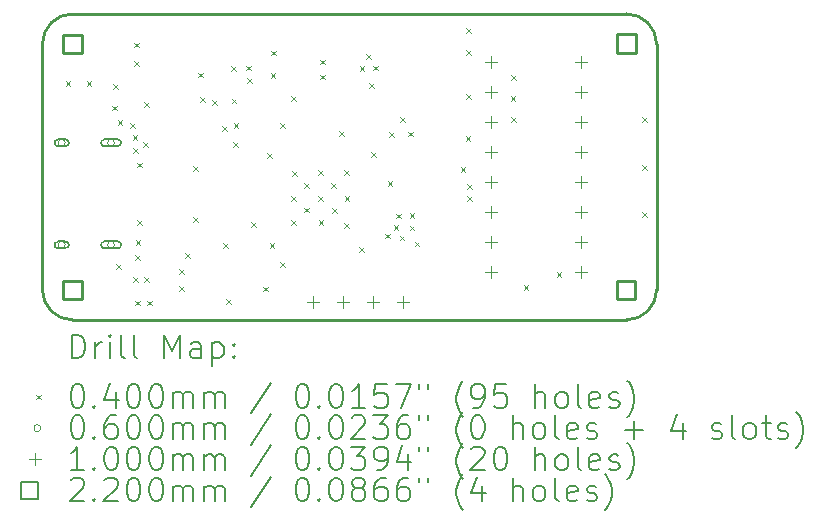
<source format=gbr>
%TF.GenerationSoftware,KiCad,Pcbnew,7.0.6-71-g49772d2539*%
%TF.CreationDate,2023-08-07T20:47:23-04:00*%
%TF.ProjectId,Free_PDK,46726565-5f50-4444-9b2e-6b696361645f,rev?*%
%TF.SameCoordinates,Original*%
%TF.FileFunction,Drillmap*%
%TF.FilePolarity,Positive*%
%FSLAX45Y45*%
G04 Gerber Fmt 4.5, Leading zero omitted, Abs format (unit mm)*
G04 Created by KiCad (PCBNEW 7.0.6-71-g49772d2539) date 2023-08-07 20:47:23*
%MOMM*%
%LPD*%
G01*
G04 APERTURE LIST*
%ADD10C,0.254000*%
%ADD11C,0.200000*%
%ADD12C,0.040000*%
%ADD13C,0.060000*%
%ADD14C,0.100000*%
%ADD15C,0.220000*%
G04 APERTURE END LIST*
D10*
X12476480Y-8432800D02*
X12476480Y-10515600D01*
X7531100Y-8178800D02*
X12222480Y-8178800D01*
X12222480Y-10769600D02*
X7531100Y-10769600D01*
X7277100Y-10515600D02*
G75*
G03*
X7531100Y-10769600I254000J0D01*
G01*
X7277100Y-10515600D02*
X7277100Y-8432800D01*
X12222480Y-10769600D02*
G75*
G03*
X12476480Y-10515600I0J254000D01*
G01*
X7531100Y-8178800D02*
G75*
G03*
X7277100Y-8432800I0J-254000D01*
G01*
X12476480Y-8432800D02*
G75*
G03*
X12222480Y-8178800I-254000J0D01*
G01*
D11*
D12*
X7473000Y-8745540D02*
X7513000Y-8785540D01*
X7513000Y-8745540D02*
X7473000Y-8785540D01*
X7650800Y-8745540D02*
X7690800Y-8785540D01*
X7690800Y-8745540D02*
X7650800Y-8785540D01*
X7869240Y-8956360D02*
X7909240Y-8996360D01*
X7909240Y-8956360D02*
X7869240Y-8996360D01*
X7876860Y-8776020D02*
X7916860Y-8816020D01*
X7916860Y-8776020D02*
X7876860Y-8816020D01*
X7899490Y-10296460D02*
X7939490Y-10336460D01*
X7939490Y-10296460D02*
X7899490Y-10336460D01*
X7912420Y-9078280D02*
X7952420Y-9118280D01*
X7952420Y-9078280D02*
X7912420Y-9118280D01*
X8021640Y-9101140D02*
X8061640Y-9141140D01*
X8061640Y-9101140D02*
X8021640Y-9141140D01*
X8039420Y-9207820D02*
X8079420Y-9247820D01*
X8079420Y-9207820D02*
X8039420Y-9247820D01*
X8044500Y-9314500D02*
X8084500Y-9354500D01*
X8084500Y-9314500D02*
X8044500Y-9354500D01*
X8047040Y-10406700D02*
X8087040Y-10446700D01*
X8087040Y-10406700D02*
X8047040Y-10446700D01*
X8054660Y-8422960D02*
X8094660Y-8462960D01*
X8094660Y-8422960D02*
X8054660Y-8462960D01*
X8054660Y-8577900D02*
X8094660Y-8617900D01*
X8094660Y-8577900D02*
X8054660Y-8617900D01*
X8059740Y-10607360D02*
X8099740Y-10647360D01*
X8099740Y-10607360D02*
X8059740Y-10647360D01*
X8062280Y-10221280D02*
X8102280Y-10261280D01*
X8102280Y-10221280D02*
X8062280Y-10261280D01*
X8064820Y-10096820D02*
X8104820Y-10136820D01*
X8104820Y-10096820D02*
X8064820Y-10136820D01*
X8080060Y-9438000D02*
X8120060Y-9478000D01*
X8120060Y-9438000D02*
X8080060Y-9478000D01*
X8080060Y-9928000D02*
X8120060Y-9968000D01*
X8120060Y-9928000D02*
X8080060Y-9968000D01*
X8128320Y-9263700D02*
X8168320Y-9303700D01*
X8168320Y-9263700D02*
X8128320Y-9303700D01*
X8135940Y-8923340D02*
X8175940Y-8963340D01*
X8175940Y-8923340D02*
X8135940Y-8963340D01*
X8138480Y-10406700D02*
X8178480Y-10446700D01*
X8178480Y-10406700D02*
X8138480Y-10446700D01*
X8163880Y-10607360D02*
X8203880Y-10647360D01*
X8203880Y-10607360D02*
X8163880Y-10647360D01*
X8433120Y-10338120D02*
X8473120Y-10378120D01*
X8473120Y-10338120D02*
X8433120Y-10378120D01*
X8433120Y-10485440D02*
X8473120Y-10525440D01*
X8473120Y-10485440D02*
X8433120Y-10525440D01*
X8483920Y-10206040D02*
X8523920Y-10246040D01*
X8523920Y-10206040D02*
X8483920Y-10246040D01*
X8555040Y-9469440D02*
X8595040Y-9509440D01*
X8595040Y-9469440D02*
X8555040Y-9509440D01*
X8555040Y-9898700D02*
X8595040Y-9938700D01*
X8595040Y-9898700D02*
X8555040Y-9938700D01*
X8595000Y-8677300D02*
X8635000Y-8717300D01*
X8635000Y-8677300D02*
X8595000Y-8717300D01*
X8613444Y-8886224D02*
X8653444Y-8926224D01*
X8653444Y-8886224D02*
X8613444Y-8926224D01*
X8711236Y-8906885D02*
X8751236Y-8946885D01*
X8751236Y-8906885D02*
X8711236Y-8946885D01*
X8798880Y-9131620D02*
X8838880Y-9171620D01*
X8838880Y-9131620D02*
X8798880Y-9171620D01*
X8803960Y-10119680D02*
X8843960Y-10159680D01*
X8843960Y-10119680D02*
X8803960Y-10159680D01*
X8829820Y-10596380D02*
X8869820Y-10636380D01*
X8869820Y-10596380D02*
X8829820Y-10636380D01*
X8872540Y-8618540D02*
X8912540Y-8658540D01*
X8912540Y-8618540D02*
X8872540Y-8658540D01*
X8877620Y-8895400D02*
X8917620Y-8935400D01*
X8917620Y-8895400D02*
X8877620Y-8935400D01*
X8893675Y-9263700D02*
X8933675Y-9303700D01*
X8933675Y-9263700D02*
X8893675Y-9303700D01*
X8894877Y-9103787D02*
X8934877Y-9143787D01*
X8934877Y-9103787D02*
X8894877Y-9143787D01*
X9002080Y-8616000D02*
X9042080Y-8656000D01*
X9042080Y-8616000D02*
X9002080Y-8656000D01*
X9007160Y-8725220D02*
X9047160Y-8765220D01*
X9047160Y-8725220D02*
X9007160Y-8765220D01*
X9045260Y-9944420D02*
X9085260Y-9984420D01*
X9085260Y-9944420D02*
X9045260Y-9984420D01*
X9144320Y-10487980D02*
X9184320Y-10527980D01*
X9184320Y-10487980D02*
X9144320Y-10527980D01*
X9179880Y-9360650D02*
X9219880Y-9400650D01*
X9219880Y-9360650D02*
X9179880Y-9400650D01*
X9200310Y-10119680D02*
X9240310Y-10159680D01*
X9240310Y-10119680D02*
X9200310Y-10159680D01*
X9208635Y-8679500D02*
X9248635Y-8719500D01*
X9248635Y-8679500D02*
X9208635Y-8719500D01*
X9211175Y-8489000D02*
X9251175Y-8529000D01*
X9251175Y-8489000D02*
X9211175Y-8529000D01*
X9289100Y-10282240D02*
X9329100Y-10322240D01*
X9329100Y-10282240D02*
X9289100Y-10322240D01*
X9291640Y-9103680D02*
X9331640Y-9143680D01*
X9331640Y-9103680D02*
X9291640Y-9143680D01*
X9381355Y-8872540D02*
X9421355Y-8912540D01*
X9421355Y-8872540D02*
X9381355Y-8912540D01*
X9383895Y-9723440D02*
X9423895Y-9763440D01*
X9423895Y-9723440D02*
X9383895Y-9763440D01*
X9383895Y-9926640D02*
X9423895Y-9966640D01*
X9423895Y-9926640D02*
X9383895Y-9966640D01*
X9393240Y-9507540D02*
X9433240Y-9547540D01*
X9433240Y-9507540D02*
X9393240Y-9547540D01*
X9493115Y-9611680D02*
X9533115Y-9651680D01*
X9533115Y-9611680D02*
X9493115Y-9651680D01*
X9495655Y-9819960D02*
X9535655Y-9859960D01*
X9535655Y-9819960D02*
X9495655Y-9859960D01*
X9612495Y-9499920D02*
X9652495Y-9539920D01*
X9652495Y-9499920D02*
X9612495Y-9539920D01*
X9612495Y-9723440D02*
X9652495Y-9763440D01*
X9652495Y-9723440D02*
X9612495Y-9763440D01*
X9615035Y-9926640D02*
X9655035Y-9966640D01*
X9655035Y-9926640D02*
X9615035Y-9966640D01*
X9627735Y-8565200D02*
X9667735Y-8605200D01*
X9667735Y-8565200D02*
X9627735Y-8605200D01*
X9627735Y-8692200D02*
X9667735Y-8732200D01*
X9667735Y-8692200D02*
X9627735Y-8732200D01*
X9721715Y-9609140D02*
X9761715Y-9649140D01*
X9761715Y-9609140D02*
X9721715Y-9649140D01*
X9729335Y-9822500D02*
X9769335Y-9862500D01*
X9769335Y-9822500D02*
X9729335Y-9862500D01*
X9788186Y-9172691D02*
X9828186Y-9212691D01*
X9828186Y-9172691D02*
X9788186Y-9212691D01*
X9833475Y-9499920D02*
X9873475Y-9539920D01*
X9873475Y-9499920D02*
X9833475Y-9539920D01*
X9833475Y-9952040D02*
X9873475Y-9992040D01*
X9873475Y-9952040D02*
X9833475Y-9992040D01*
X9836015Y-9723440D02*
X9876015Y-9763440D01*
X9876015Y-9723440D02*
X9836015Y-9763440D01*
X9957935Y-10152700D02*
X9997935Y-10192700D01*
X9997935Y-10152700D02*
X9957935Y-10192700D01*
X9962613Y-8621761D02*
X10002613Y-8661761D01*
X10002613Y-8621761D02*
X9962613Y-8661761D01*
X10018080Y-8519480D02*
X10058080Y-8559480D01*
X10058080Y-8519480D02*
X10018080Y-8559480D01*
X10041755Y-8763320D02*
X10081755Y-8803320D01*
X10081755Y-8763320D02*
X10041755Y-8803320D01*
X10061260Y-9347520D02*
X10101260Y-9387520D01*
X10101260Y-9347520D02*
X10061260Y-9387520D01*
X10079040Y-8617210D02*
X10119040Y-8657210D01*
X10119040Y-8617210D02*
X10079040Y-8657210D01*
X10176890Y-10038772D02*
X10216890Y-10078772D01*
X10216890Y-10038772D02*
X10176890Y-10078772D01*
X10199235Y-9596440D02*
X10239235Y-9636440D01*
X10239235Y-9596440D02*
X10199235Y-9636440D01*
X10213660Y-9177340D02*
X10253660Y-9217340D01*
X10253660Y-9177340D02*
X10213660Y-9217340D01*
X10249501Y-9969617D02*
X10289501Y-10009617D01*
X10289501Y-9969617D02*
X10249501Y-10009617D01*
X10268675Y-9869550D02*
X10308675Y-9909550D01*
X10308675Y-9869550D02*
X10268675Y-9909550D01*
X10300020Y-10056180D02*
X10340020Y-10096180D01*
X10340020Y-10056180D02*
X10300020Y-10096180D01*
X10308455Y-9055420D02*
X10348455Y-9095420D01*
X10348455Y-9055420D02*
X10308455Y-9095420D01*
X10373680Y-9174580D02*
X10413680Y-9214580D01*
X10413680Y-9174580D02*
X10373680Y-9214580D01*
X10386033Y-9867734D02*
X10426033Y-9907734D01*
X10426033Y-9867734D02*
X10386033Y-9907734D01*
X10386380Y-9970652D02*
X10426380Y-10010652D01*
X10426380Y-9970652D02*
X10386380Y-10010652D01*
X10427800Y-10107320D02*
X10467800Y-10147320D01*
X10467800Y-10107320D02*
X10427800Y-10147320D01*
X10818325Y-9478290D02*
X10858325Y-9518290D01*
X10858325Y-9478290D02*
X10818325Y-9518290D01*
X10858820Y-9212900D02*
X10898820Y-9252900D01*
X10898820Y-9212900D02*
X10858820Y-9252900D01*
X10862175Y-8298500D02*
X10902175Y-8338500D01*
X10902175Y-8298500D02*
X10862175Y-8338500D01*
X10862175Y-8857300D02*
X10902175Y-8897300D01*
X10902175Y-8857300D02*
X10862175Y-8897300D01*
X10864715Y-8486460D02*
X10904715Y-8526460D01*
X10904715Y-8486460D02*
X10864715Y-8526460D01*
X10869885Y-9619300D02*
X10909885Y-9659300D01*
X10909885Y-9619300D02*
X10869885Y-9659300D01*
X10869885Y-9720900D02*
X10909885Y-9760900D01*
X10909885Y-9720900D02*
X10869885Y-9760900D01*
X11240635Y-8872540D02*
X11280635Y-8912540D01*
X11280635Y-8872540D02*
X11240635Y-8912540D01*
X11242985Y-8697280D02*
X11282985Y-8737280D01*
X11282985Y-8697280D02*
X11242985Y-8737280D01*
X11242985Y-9050340D02*
X11282985Y-9090340D01*
X11282985Y-9050340D02*
X11242985Y-9090340D01*
X11351580Y-10477820D02*
X11391580Y-10517820D01*
X11391580Y-10477820D02*
X11351580Y-10517820D01*
X11630980Y-10366060D02*
X11670980Y-10406060D01*
X11670980Y-10366060D02*
X11630980Y-10406060D01*
X12352340Y-9052880D02*
X12392340Y-9092880D01*
X12392340Y-9052880D02*
X12352340Y-9092880D01*
X12352340Y-9456740D02*
X12392340Y-9496740D01*
X12392340Y-9456740D02*
X12352340Y-9496740D01*
X12352340Y-9858060D02*
X12392340Y-9898060D01*
X12392340Y-9858060D02*
X12352340Y-9898060D01*
D13*
X7469660Y-9271000D02*
G75*
G03*
X7469660Y-9271000I-30000J0D01*
G01*
D11*
X7469660Y-9241000D02*
X7409660Y-9241000D01*
X7409660Y-9241000D02*
G75*
G03*
X7409660Y-9301000I0J-30000D01*
G01*
X7409660Y-9301000D02*
X7469660Y-9301000D01*
X7469660Y-9301000D02*
G75*
G03*
X7469660Y-9241000I0J30000D01*
G01*
D13*
X7469660Y-10135000D02*
G75*
G03*
X7469660Y-10135000I-30000J0D01*
G01*
D11*
X7469660Y-10105000D02*
X7409660Y-10105000D01*
X7409660Y-10105000D02*
G75*
G03*
X7409660Y-10165000I0J-30000D01*
G01*
X7409660Y-10165000D02*
X7469660Y-10165000D01*
X7469660Y-10165000D02*
G75*
G03*
X7469660Y-10105000I0J30000D01*
G01*
D13*
X7887660Y-9271000D02*
G75*
G03*
X7887660Y-9271000I-30000J0D01*
G01*
D11*
X7912660Y-9241000D02*
X7802660Y-9241000D01*
X7802660Y-9241000D02*
G75*
G03*
X7802660Y-9301000I0J-30000D01*
G01*
X7802660Y-9301000D02*
X7912660Y-9301000D01*
X7912660Y-9301000D02*
G75*
G03*
X7912660Y-9241000I0J30000D01*
G01*
D13*
X7887660Y-10135000D02*
G75*
G03*
X7887660Y-10135000I-30000J0D01*
G01*
D11*
X7912660Y-10105000D02*
X7802660Y-10105000D01*
X7802660Y-10105000D02*
G75*
G03*
X7802660Y-10165000I0J-30000D01*
G01*
X7802660Y-10165000D02*
X7912660Y-10165000D01*
X7912660Y-10165000D02*
G75*
G03*
X7912660Y-10105000I0J30000D01*
G01*
D14*
X9566455Y-10567200D02*
X9566455Y-10667200D01*
X9516455Y-10617200D02*
X9616455Y-10617200D01*
X9820455Y-10567200D02*
X9820455Y-10667200D01*
X9770455Y-10617200D02*
X9870455Y-10617200D01*
X10074455Y-10567200D02*
X10074455Y-10667200D01*
X10024455Y-10617200D02*
X10124455Y-10617200D01*
X10328455Y-10567200D02*
X10328455Y-10667200D01*
X10278455Y-10617200D02*
X10378455Y-10617200D01*
X11072675Y-8534060D02*
X11072675Y-8634060D01*
X11022675Y-8584060D02*
X11122675Y-8584060D01*
X11072675Y-8788060D02*
X11072675Y-8888060D01*
X11022675Y-8838060D02*
X11122675Y-8838060D01*
X11072675Y-9042060D02*
X11072675Y-9142060D01*
X11022675Y-9092060D02*
X11122675Y-9092060D01*
X11072675Y-9296060D02*
X11072675Y-9396060D01*
X11022675Y-9346060D02*
X11122675Y-9346060D01*
X11072675Y-9550060D02*
X11072675Y-9650060D01*
X11022675Y-9600060D02*
X11122675Y-9600060D01*
X11072675Y-9804060D02*
X11072675Y-9904060D01*
X11022675Y-9854060D02*
X11122675Y-9854060D01*
X11072675Y-10058060D02*
X11072675Y-10158060D01*
X11022675Y-10108060D02*
X11122675Y-10108060D01*
X11072675Y-10312060D02*
X11072675Y-10412060D01*
X11022675Y-10362060D02*
X11122675Y-10362060D01*
X11834675Y-8535200D02*
X11834675Y-8635200D01*
X11784675Y-8585200D02*
X11884675Y-8585200D01*
X11834675Y-8789200D02*
X11834675Y-8889200D01*
X11784675Y-8839200D02*
X11884675Y-8839200D01*
X11834675Y-9043200D02*
X11834675Y-9143200D01*
X11784675Y-9093200D02*
X11884675Y-9093200D01*
X11834675Y-9297200D02*
X11834675Y-9397200D01*
X11784675Y-9347200D02*
X11884675Y-9347200D01*
X11834675Y-9551200D02*
X11834675Y-9651200D01*
X11784675Y-9601200D02*
X11884675Y-9601200D01*
X11834675Y-9805200D02*
X11834675Y-9905200D01*
X11784675Y-9855200D02*
X11884675Y-9855200D01*
X11834675Y-10059200D02*
X11834675Y-10159200D01*
X11784675Y-10109200D02*
X11884675Y-10109200D01*
X11834675Y-10313200D02*
X11834675Y-10413200D01*
X11784675Y-10363200D02*
X11884675Y-10363200D01*
D15*
X7608882Y-8510583D02*
X7608882Y-8355017D01*
X7453317Y-8355017D01*
X7453317Y-8510583D01*
X7608882Y-8510583D01*
X7608882Y-10593383D02*
X7608882Y-10437818D01*
X7453317Y-10437818D01*
X7453317Y-10593383D01*
X7608882Y-10593383D01*
X12297722Y-10593383D02*
X12297722Y-10437818D01*
X12142157Y-10437818D01*
X12142157Y-10593383D01*
X12297722Y-10593383D01*
X12300262Y-8508043D02*
X12300262Y-8352477D01*
X12144697Y-8352477D01*
X12144697Y-8508043D01*
X12300262Y-8508043D01*
D11*
X7525177Y-11093784D02*
X7525177Y-10893784D01*
X7525177Y-10893784D02*
X7572796Y-10893784D01*
X7572796Y-10893784D02*
X7601367Y-10903308D01*
X7601367Y-10903308D02*
X7620415Y-10922355D01*
X7620415Y-10922355D02*
X7629939Y-10941403D01*
X7629939Y-10941403D02*
X7639462Y-10979498D01*
X7639462Y-10979498D02*
X7639462Y-11008070D01*
X7639462Y-11008070D02*
X7629939Y-11046165D01*
X7629939Y-11046165D02*
X7620415Y-11065212D01*
X7620415Y-11065212D02*
X7601367Y-11084260D01*
X7601367Y-11084260D02*
X7572796Y-11093784D01*
X7572796Y-11093784D02*
X7525177Y-11093784D01*
X7725177Y-11093784D02*
X7725177Y-10960450D01*
X7725177Y-10998546D02*
X7734701Y-10979498D01*
X7734701Y-10979498D02*
X7744224Y-10969974D01*
X7744224Y-10969974D02*
X7763272Y-10960450D01*
X7763272Y-10960450D02*
X7782320Y-10960450D01*
X7848986Y-11093784D02*
X7848986Y-10960450D01*
X7848986Y-10893784D02*
X7839462Y-10903308D01*
X7839462Y-10903308D02*
X7848986Y-10912831D01*
X7848986Y-10912831D02*
X7858510Y-10903308D01*
X7858510Y-10903308D02*
X7848986Y-10893784D01*
X7848986Y-10893784D02*
X7848986Y-10912831D01*
X7972796Y-11093784D02*
X7953748Y-11084260D01*
X7953748Y-11084260D02*
X7944224Y-11065212D01*
X7944224Y-11065212D02*
X7944224Y-10893784D01*
X8077558Y-11093784D02*
X8058510Y-11084260D01*
X8058510Y-11084260D02*
X8048986Y-11065212D01*
X8048986Y-11065212D02*
X8048986Y-10893784D01*
X8306129Y-11093784D02*
X8306129Y-10893784D01*
X8306129Y-10893784D02*
X8372796Y-11036641D01*
X8372796Y-11036641D02*
X8439463Y-10893784D01*
X8439463Y-10893784D02*
X8439463Y-11093784D01*
X8620415Y-11093784D02*
X8620415Y-10989022D01*
X8620415Y-10989022D02*
X8610891Y-10969974D01*
X8610891Y-10969974D02*
X8591844Y-10960450D01*
X8591844Y-10960450D02*
X8553748Y-10960450D01*
X8553748Y-10960450D02*
X8534701Y-10969974D01*
X8620415Y-11084260D02*
X8601367Y-11093784D01*
X8601367Y-11093784D02*
X8553748Y-11093784D01*
X8553748Y-11093784D02*
X8534701Y-11084260D01*
X8534701Y-11084260D02*
X8525177Y-11065212D01*
X8525177Y-11065212D02*
X8525177Y-11046165D01*
X8525177Y-11046165D02*
X8534701Y-11027117D01*
X8534701Y-11027117D02*
X8553748Y-11017593D01*
X8553748Y-11017593D02*
X8601367Y-11017593D01*
X8601367Y-11017593D02*
X8620415Y-11008070D01*
X8715653Y-10960450D02*
X8715653Y-11160450D01*
X8715653Y-10969974D02*
X8734701Y-10960450D01*
X8734701Y-10960450D02*
X8772796Y-10960450D01*
X8772796Y-10960450D02*
X8791844Y-10969974D01*
X8791844Y-10969974D02*
X8801367Y-10979498D01*
X8801367Y-10979498D02*
X8810891Y-10998546D01*
X8810891Y-10998546D02*
X8810891Y-11055689D01*
X8810891Y-11055689D02*
X8801367Y-11074736D01*
X8801367Y-11074736D02*
X8791844Y-11084260D01*
X8791844Y-11084260D02*
X8772796Y-11093784D01*
X8772796Y-11093784D02*
X8734701Y-11093784D01*
X8734701Y-11093784D02*
X8715653Y-11084260D01*
X8896605Y-11074736D02*
X8906129Y-11084260D01*
X8906129Y-11084260D02*
X8896605Y-11093784D01*
X8896605Y-11093784D02*
X8887082Y-11084260D01*
X8887082Y-11084260D02*
X8896605Y-11074736D01*
X8896605Y-11074736D02*
X8896605Y-11093784D01*
X8896605Y-10969974D02*
X8906129Y-10979498D01*
X8906129Y-10979498D02*
X8896605Y-10989022D01*
X8896605Y-10989022D02*
X8887082Y-10979498D01*
X8887082Y-10979498D02*
X8896605Y-10969974D01*
X8896605Y-10969974D02*
X8896605Y-10989022D01*
D12*
X7224400Y-11402300D02*
X7264400Y-11442300D01*
X7264400Y-11402300D02*
X7224400Y-11442300D01*
D11*
X7563272Y-11313784D02*
X7582320Y-11313784D01*
X7582320Y-11313784D02*
X7601367Y-11323308D01*
X7601367Y-11323308D02*
X7610891Y-11332831D01*
X7610891Y-11332831D02*
X7620415Y-11351879D01*
X7620415Y-11351879D02*
X7629939Y-11389974D01*
X7629939Y-11389974D02*
X7629939Y-11437593D01*
X7629939Y-11437593D02*
X7620415Y-11475688D01*
X7620415Y-11475688D02*
X7610891Y-11494736D01*
X7610891Y-11494736D02*
X7601367Y-11504260D01*
X7601367Y-11504260D02*
X7582320Y-11513784D01*
X7582320Y-11513784D02*
X7563272Y-11513784D01*
X7563272Y-11513784D02*
X7544224Y-11504260D01*
X7544224Y-11504260D02*
X7534701Y-11494736D01*
X7534701Y-11494736D02*
X7525177Y-11475688D01*
X7525177Y-11475688D02*
X7515653Y-11437593D01*
X7515653Y-11437593D02*
X7515653Y-11389974D01*
X7515653Y-11389974D02*
X7525177Y-11351879D01*
X7525177Y-11351879D02*
X7534701Y-11332831D01*
X7534701Y-11332831D02*
X7544224Y-11323308D01*
X7544224Y-11323308D02*
X7563272Y-11313784D01*
X7715653Y-11494736D02*
X7725177Y-11504260D01*
X7725177Y-11504260D02*
X7715653Y-11513784D01*
X7715653Y-11513784D02*
X7706129Y-11504260D01*
X7706129Y-11504260D02*
X7715653Y-11494736D01*
X7715653Y-11494736D02*
X7715653Y-11513784D01*
X7896605Y-11380450D02*
X7896605Y-11513784D01*
X7848986Y-11304260D02*
X7801367Y-11447117D01*
X7801367Y-11447117D02*
X7925177Y-11447117D01*
X8039462Y-11313784D02*
X8058510Y-11313784D01*
X8058510Y-11313784D02*
X8077558Y-11323308D01*
X8077558Y-11323308D02*
X8087082Y-11332831D01*
X8087082Y-11332831D02*
X8096605Y-11351879D01*
X8096605Y-11351879D02*
X8106129Y-11389974D01*
X8106129Y-11389974D02*
X8106129Y-11437593D01*
X8106129Y-11437593D02*
X8096605Y-11475688D01*
X8096605Y-11475688D02*
X8087082Y-11494736D01*
X8087082Y-11494736D02*
X8077558Y-11504260D01*
X8077558Y-11504260D02*
X8058510Y-11513784D01*
X8058510Y-11513784D02*
X8039462Y-11513784D01*
X8039462Y-11513784D02*
X8020415Y-11504260D01*
X8020415Y-11504260D02*
X8010891Y-11494736D01*
X8010891Y-11494736D02*
X8001367Y-11475688D01*
X8001367Y-11475688D02*
X7991843Y-11437593D01*
X7991843Y-11437593D02*
X7991843Y-11389974D01*
X7991843Y-11389974D02*
X8001367Y-11351879D01*
X8001367Y-11351879D02*
X8010891Y-11332831D01*
X8010891Y-11332831D02*
X8020415Y-11323308D01*
X8020415Y-11323308D02*
X8039462Y-11313784D01*
X8229939Y-11313784D02*
X8248986Y-11313784D01*
X8248986Y-11313784D02*
X8268034Y-11323308D01*
X8268034Y-11323308D02*
X8277558Y-11332831D01*
X8277558Y-11332831D02*
X8287082Y-11351879D01*
X8287082Y-11351879D02*
X8296605Y-11389974D01*
X8296605Y-11389974D02*
X8296605Y-11437593D01*
X8296605Y-11437593D02*
X8287082Y-11475688D01*
X8287082Y-11475688D02*
X8277558Y-11494736D01*
X8277558Y-11494736D02*
X8268034Y-11504260D01*
X8268034Y-11504260D02*
X8248986Y-11513784D01*
X8248986Y-11513784D02*
X8229939Y-11513784D01*
X8229939Y-11513784D02*
X8210891Y-11504260D01*
X8210891Y-11504260D02*
X8201367Y-11494736D01*
X8201367Y-11494736D02*
X8191843Y-11475688D01*
X8191843Y-11475688D02*
X8182320Y-11437593D01*
X8182320Y-11437593D02*
X8182320Y-11389974D01*
X8182320Y-11389974D02*
X8191843Y-11351879D01*
X8191843Y-11351879D02*
X8201367Y-11332831D01*
X8201367Y-11332831D02*
X8210891Y-11323308D01*
X8210891Y-11323308D02*
X8229939Y-11313784D01*
X8382320Y-11513784D02*
X8382320Y-11380450D01*
X8382320Y-11399498D02*
X8391844Y-11389974D01*
X8391844Y-11389974D02*
X8410891Y-11380450D01*
X8410891Y-11380450D02*
X8439463Y-11380450D01*
X8439463Y-11380450D02*
X8458510Y-11389974D01*
X8458510Y-11389974D02*
X8468034Y-11409022D01*
X8468034Y-11409022D02*
X8468034Y-11513784D01*
X8468034Y-11409022D02*
X8477558Y-11389974D01*
X8477558Y-11389974D02*
X8496605Y-11380450D01*
X8496605Y-11380450D02*
X8525177Y-11380450D01*
X8525177Y-11380450D02*
X8544225Y-11389974D01*
X8544225Y-11389974D02*
X8553748Y-11409022D01*
X8553748Y-11409022D02*
X8553748Y-11513784D01*
X8648986Y-11513784D02*
X8648986Y-11380450D01*
X8648986Y-11399498D02*
X8658510Y-11389974D01*
X8658510Y-11389974D02*
X8677558Y-11380450D01*
X8677558Y-11380450D02*
X8706129Y-11380450D01*
X8706129Y-11380450D02*
X8725177Y-11389974D01*
X8725177Y-11389974D02*
X8734701Y-11409022D01*
X8734701Y-11409022D02*
X8734701Y-11513784D01*
X8734701Y-11409022D02*
X8744225Y-11389974D01*
X8744225Y-11389974D02*
X8763272Y-11380450D01*
X8763272Y-11380450D02*
X8791844Y-11380450D01*
X8791844Y-11380450D02*
X8810891Y-11389974D01*
X8810891Y-11389974D02*
X8820415Y-11409022D01*
X8820415Y-11409022D02*
X8820415Y-11513784D01*
X9210891Y-11304260D02*
X9039463Y-11561403D01*
X9468034Y-11313784D02*
X9487082Y-11313784D01*
X9487082Y-11313784D02*
X9506129Y-11323308D01*
X9506129Y-11323308D02*
X9515653Y-11332831D01*
X9515653Y-11332831D02*
X9525177Y-11351879D01*
X9525177Y-11351879D02*
X9534701Y-11389974D01*
X9534701Y-11389974D02*
X9534701Y-11437593D01*
X9534701Y-11437593D02*
X9525177Y-11475688D01*
X9525177Y-11475688D02*
X9515653Y-11494736D01*
X9515653Y-11494736D02*
X9506129Y-11504260D01*
X9506129Y-11504260D02*
X9487082Y-11513784D01*
X9487082Y-11513784D02*
X9468034Y-11513784D01*
X9468034Y-11513784D02*
X9448987Y-11504260D01*
X9448987Y-11504260D02*
X9439463Y-11494736D01*
X9439463Y-11494736D02*
X9429939Y-11475688D01*
X9429939Y-11475688D02*
X9420415Y-11437593D01*
X9420415Y-11437593D02*
X9420415Y-11389974D01*
X9420415Y-11389974D02*
X9429939Y-11351879D01*
X9429939Y-11351879D02*
X9439463Y-11332831D01*
X9439463Y-11332831D02*
X9448987Y-11323308D01*
X9448987Y-11323308D02*
X9468034Y-11313784D01*
X9620415Y-11494736D02*
X9629939Y-11504260D01*
X9629939Y-11504260D02*
X9620415Y-11513784D01*
X9620415Y-11513784D02*
X9610891Y-11504260D01*
X9610891Y-11504260D02*
X9620415Y-11494736D01*
X9620415Y-11494736D02*
X9620415Y-11513784D01*
X9753748Y-11313784D02*
X9772796Y-11313784D01*
X9772796Y-11313784D02*
X9791844Y-11323308D01*
X9791844Y-11323308D02*
X9801368Y-11332831D01*
X9801368Y-11332831D02*
X9810891Y-11351879D01*
X9810891Y-11351879D02*
X9820415Y-11389974D01*
X9820415Y-11389974D02*
X9820415Y-11437593D01*
X9820415Y-11437593D02*
X9810891Y-11475688D01*
X9810891Y-11475688D02*
X9801368Y-11494736D01*
X9801368Y-11494736D02*
X9791844Y-11504260D01*
X9791844Y-11504260D02*
X9772796Y-11513784D01*
X9772796Y-11513784D02*
X9753748Y-11513784D01*
X9753748Y-11513784D02*
X9734701Y-11504260D01*
X9734701Y-11504260D02*
X9725177Y-11494736D01*
X9725177Y-11494736D02*
X9715653Y-11475688D01*
X9715653Y-11475688D02*
X9706129Y-11437593D01*
X9706129Y-11437593D02*
X9706129Y-11389974D01*
X9706129Y-11389974D02*
X9715653Y-11351879D01*
X9715653Y-11351879D02*
X9725177Y-11332831D01*
X9725177Y-11332831D02*
X9734701Y-11323308D01*
X9734701Y-11323308D02*
X9753748Y-11313784D01*
X10010891Y-11513784D02*
X9896606Y-11513784D01*
X9953748Y-11513784D02*
X9953748Y-11313784D01*
X9953748Y-11313784D02*
X9934701Y-11342355D01*
X9934701Y-11342355D02*
X9915653Y-11361403D01*
X9915653Y-11361403D02*
X9896606Y-11370927D01*
X10191844Y-11313784D02*
X10096606Y-11313784D01*
X10096606Y-11313784D02*
X10087082Y-11409022D01*
X10087082Y-11409022D02*
X10096606Y-11399498D01*
X10096606Y-11399498D02*
X10115653Y-11389974D01*
X10115653Y-11389974D02*
X10163272Y-11389974D01*
X10163272Y-11389974D02*
X10182320Y-11399498D01*
X10182320Y-11399498D02*
X10191844Y-11409022D01*
X10191844Y-11409022D02*
X10201368Y-11428069D01*
X10201368Y-11428069D02*
X10201368Y-11475688D01*
X10201368Y-11475688D02*
X10191844Y-11494736D01*
X10191844Y-11494736D02*
X10182320Y-11504260D01*
X10182320Y-11504260D02*
X10163272Y-11513784D01*
X10163272Y-11513784D02*
X10115653Y-11513784D01*
X10115653Y-11513784D02*
X10096606Y-11504260D01*
X10096606Y-11504260D02*
X10087082Y-11494736D01*
X10268034Y-11313784D02*
X10401368Y-11313784D01*
X10401368Y-11313784D02*
X10315653Y-11513784D01*
X10468034Y-11313784D02*
X10468034Y-11351879D01*
X10544225Y-11313784D02*
X10544225Y-11351879D01*
X10839463Y-11589974D02*
X10829939Y-11580450D01*
X10829939Y-11580450D02*
X10810891Y-11551879D01*
X10810891Y-11551879D02*
X10801368Y-11532831D01*
X10801368Y-11532831D02*
X10791844Y-11504260D01*
X10791844Y-11504260D02*
X10782320Y-11456641D01*
X10782320Y-11456641D02*
X10782320Y-11418546D01*
X10782320Y-11418546D02*
X10791844Y-11370927D01*
X10791844Y-11370927D02*
X10801368Y-11342355D01*
X10801368Y-11342355D02*
X10810891Y-11323308D01*
X10810891Y-11323308D02*
X10829939Y-11294736D01*
X10829939Y-11294736D02*
X10839463Y-11285212D01*
X10925177Y-11513784D02*
X10963272Y-11513784D01*
X10963272Y-11513784D02*
X10982320Y-11504260D01*
X10982320Y-11504260D02*
X10991844Y-11494736D01*
X10991844Y-11494736D02*
X11010891Y-11466165D01*
X11010891Y-11466165D02*
X11020415Y-11428069D01*
X11020415Y-11428069D02*
X11020415Y-11351879D01*
X11020415Y-11351879D02*
X11010891Y-11332831D01*
X11010891Y-11332831D02*
X11001368Y-11323308D01*
X11001368Y-11323308D02*
X10982320Y-11313784D01*
X10982320Y-11313784D02*
X10944225Y-11313784D01*
X10944225Y-11313784D02*
X10925177Y-11323308D01*
X10925177Y-11323308D02*
X10915653Y-11332831D01*
X10915653Y-11332831D02*
X10906130Y-11351879D01*
X10906130Y-11351879D02*
X10906130Y-11399498D01*
X10906130Y-11399498D02*
X10915653Y-11418546D01*
X10915653Y-11418546D02*
X10925177Y-11428069D01*
X10925177Y-11428069D02*
X10944225Y-11437593D01*
X10944225Y-11437593D02*
X10982320Y-11437593D01*
X10982320Y-11437593D02*
X11001368Y-11428069D01*
X11001368Y-11428069D02*
X11010891Y-11418546D01*
X11010891Y-11418546D02*
X11020415Y-11399498D01*
X11201368Y-11313784D02*
X11106130Y-11313784D01*
X11106130Y-11313784D02*
X11096606Y-11409022D01*
X11096606Y-11409022D02*
X11106130Y-11399498D01*
X11106130Y-11399498D02*
X11125177Y-11389974D01*
X11125177Y-11389974D02*
X11172796Y-11389974D01*
X11172796Y-11389974D02*
X11191844Y-11399498D01*
X11191844Y-11399498D02*
X11201368Y-11409022D01*
X11201368Y-11409022D02*
X11210891Y-11428069D01*
X11210891Y-11428069D02*
X11210891Y-11475688D01*
X11210891Y-11475688D02*
X11201368Y-11494736D01*
X11201368Y-11494736D02*
X11191844Y-11504260D01*
X11191844Y-11504260D02*
X11172796Y-11513784D01*
X11172796Y-11513784D02*
X11125177Y-11513784D01*
X11125177Y-11513784D02*
X11106130Y-11504260D01*
X11106130Y-11504260D02*
X11096606Y-11494736D01*
X11448987Y-11513784D02*
X11448987Y-11313784D01*
X11534701Y-11513784D02*
X11534701Y-11409022D01*
X11534701Y-11409022D02*
X11525177Y-11389974D01*
X11525177Y-11389974D02*
X11506130Y-11380450D01*
X11506130Y-11380450D02*
X11477558Y-11380450D01*
X11477558Y-11380450D02*
X11458510Y-11389974D01*
X11458510Y-11389974D02*
X11448987Y-11399498D01*
X11658510Y-11513784D02*
X11639463Y-11504260D01*
X11639463Y-11504260D02*
X11629939Y-11494736D01*
X11629939Y-11494736D02*
X11620415Y-11475688D01*
X11620415Y-11475688D02*
X11620415Y-11418546D01*
X11620415Y-11418546D02*
X11629939Y-11399498D01*
X11629939Y-11399498D02*
X11639463Y-11389974D01*
X11639463Y-11389974D02*
X11658510Y-11380450D01*
X11658510Y-11380450D02*
X11687082Y-11380450D01*
X11687082Y-11380450D02*
X11706130Y-11389974D01*
X11706130Y-11389974D02*
X11715653Y-11399498D01*
X11715653Y-11399498D02*
X11725177Y-11418546D01*
X11725177Y-11418546D02*
X11725177Y-11475688D01*
X11725177Y-11475688D02*
X11715653Y-11494736D01*
X11715653Y-11494736D02*
X11706130Y-11504260D01*
X11706130Y-11504260D02*
X11687082Y-11513784D01*
X11687082Y-11513784D02*
X11658510Y-11513784D01*
X11839463Y-11513784D02*
X11820415Y-11504260D01*
X11820415Y-11504260D02*
X11810891Y-11485212D01*
X11810891Y-11485212D02*
X11810891Y-11313784D01*
X11991844Y-11504260D02*
X11972796Y-11513784D01*
X11972796Y-11513784D02*
X11934701Y-11513784D01*
X11934701Y-11513784D02*
X11915653Y-11504260D01*
X11915653Y-11504260D02*
X11906130Y-11485212D01*
X11906130Y-11485212D02*
X11906130Y-11409022D01*
X11906130Y-11409022D02*
X11915653Y-11389974D01*
X11915653Y-11389974D02*
X11934701Y-11380450D01*
X11934701Y-11380450D02*
X11972796Y-11380450D01*
X11972796Y-11380450D02*
X11991844Y-11389974D01*
X11991844Y-11389974D02*
X12001368Y-11409022D01*
X12001368Y-11409022D02*
X12001368Y-11428069D01*
X12001368Y-11428069D02*
X11906130Y-11447117D01*
X12077558Y-11504260D02*
X12096606Y-11513784D01*
X12096606Y-11513784D02*
X12134701Y-11513784D01*
X12134701Y-11513784D02*
X12153749Y-11504260D01*
X12153749Y-11504260D02*
X12163272Y-11485212D01*
X12163272Y-11485212D02*
X12163272Y-11475688D01*
X12163272Y-11475688D02*
X12153749Y-11456641D01*
X12153749Y-11456641D02*
X12134701Y-11447117D01*
X12134701Y-11447117D02*
X12106130Y-11447117D01*
X12106130Y-11447117D02*
X12087082Y-11437593D01*
X12087082Y-11437593D02*
X12077558Y-11418546D01*
X12077558Y-11418546D02*
X12077558Y-11409022D01*
X12077558Y-11409022D02*
X12087082Y-11389974D01*
X12087082Y-11389974D02*
X12106130Y-11380450D01*
X12106130Y-11380450D02*
X12134701Y-11380450D01*
X12134701Y-11380450D02*
X12153749Y-11389974D01*
X12229939Y-11589974D02*
X12239463Y-11580450D01*
X12239463Y-11580450D02*
X12258511Y-11551879D01*
X12258511Y-11551879D02*
X12268034Y-11532831D01*
X12268034Y-11532831D02*
X12277558Y-11504260D01*
X12277558Y-11504260D02*
X12287082Y-11456641D01*
X12287082Y-11456641D02*
X12287082Y-11418546D01*
X12287082Y-11418546D02*
X12277558Y-11370927D01*
X12277558Y-11370927D02*
X12268034Y-11342355D01*
X12268034Y-11342355D02*
X12258511Y-11323308D01*
X12258511Y-11323308D02*
X12239463Y-11294736D01*
X12239463Y-11294736D02*
X12229939Y-11285212D01*
D13*
X7264400Y-11686300D02*
G75*
G03*
X7264400Y-11686300I-30000J0D01*
G01*
D11*
X7563272Y-11577784D02*
X7582320Y-11577784D01*
X7582320Y-11577784D02*
X7601367Y-11587308D01*
X7601367Y-11587308D02*
X7610891Y-11596831D01*
X7610891Y-11596831D02*
X7620415Y-11615879D01*
X7620415Y-11615879D02*
X7629939Y-11653974D01*
X7629939Y-11653974D02*
X7629939Y-11701593D01*
X7629939Y-11701593D02*
X7620415Y-11739688D01*
X7620415Y-11739688D02*
X7610891Y-11758736D01*
X7610891Y-11758736D02*
X7601367Y-11768260D01*
X7601367Y-11768260D02*
X7582320Y-11777784D01*
X7582320Y-11777784D02*
X7563272Y-11777784D01*
X7563272Y-11777784D02*
X7544224Y-11768260D01*
X7544224Y-11768260D02*
X7534701Y-11758736D01*
X7534701Y-11758736D02*
X7525177Y-11739688D01*
X7525177Y-11739688D02*
X7515653Y-11701593D01*
X7515653Y-11701593D02*
X7515653Y-11653974D01*
X7515653Y-11653974D02*
X7525177Y-11615879D01*
X7525177Y-11615879D02*
X7534701Y-11596831D01*
X7534701Y-11596831D02*
X7544224Y-11587308D01*
X7544224Y-11587308D02*
X7563272Y-11577784D01*
X7715653Y-11758736D02*
X7725177Y-11768260D01*
X7725177Y-11768260D02*
X7715653Y-11777784D01*
X7715653Y-11777784D02*
X7706129Y-11768260D01*
X7706129Y-11768260D02*
X7715653Y-11758736D01*
X7715653Y-11758736D02*
X7715653Y-11777784D01*
X7896605Y-11577784D02*
X7858510Y-11577784D01*
X7858510Y-11577784D02*
X7839462Y-11587308D01*
X7839462Y-11587308D02*
X7829939Y-11596831D01*
X7829939Y-11596831D02*
X7810891Y-11625403D01*
X7810891Y-11625403D02*
X7801367Y-11663498D01*
X7801367Y-11663498D02*
X7801367Y-11739688D01*
X7801367Y-11739688D02*
X7810891Y-11758736D01*
X7810891Y-11758736D02*
X7820415Y-11768260D01*
X7820415Y-11768260D02*
X7839462Y-11777784D01*
X7839462Y-11777784D02*
X7877558Y-11777784D01*
X7877558Y-11777784D02*
X7896605Y-11768260D01*
X7896605Y-11768260D02*
X7906129Y-11758736D01*
X7906129Y-11758736D02*
X7915653Y-11739688D01*
X7915653Y-11739688D02*
X7915653Y-11692069D01*
X7915653Y-11692069D02*
X7906129Y-11673022D01*
X7906129Y-11673022D02*
X7896605Y-11663498D01*
X7896605Y-11663498D02*
X7877558Y-11653974D01*
X7877558Y-11653974D02*
X7839462Y-11653974D01*
X7839462Y-11653974D02*
X7820415Y-11663498D01*
X7820415Y-11663498D02*
X7810891Y-11673022D01*
X7810891Y-11673022D02*
X7801367Y-11692069D01*
X8039462Y-11577784D02*
X8058510Y-11577784D01*
X8058510Y-11577784D02*
X8077558Y-11587308D01*
X8077558Y-11587308D02*
X8087082Y-11596831D01*
X8087082Y-11596831D02*
X8096605Y-11615879D01*
X8096605Y-11615879D02*
X8106129Y-11653974D01*
X8106129Y-11653974D02*
X8106129Y-11701593D01*
X8106129Y-11701593D02*
X8096605Y-11739688D01*
X8096605Y-11739688D02*
X8087082Y-11758736D01*
X8087082Y-11758736D02*
X8077558Y-11768260D01*
X8077558Y-11768260D02*
X8058510Y-11777784D01*
X8058510Y-11777784D02*
X8039462Y-11777784D01*
X8039462Y-11777784D02*
X8020415Y-11768260D01*
X8020415Y-11768260D02*
X8010891Y-11758736D01*
X8010891Y-11758736D02*
X8001367Y-11739688D01*
X8001367Y-11739688D02*
X7991843Y-11701593D01*
X7991843Y-11701593D02*
X7991843Y-11653974D01*
X7991843Y-11653974D02*
X8001367Y-11615879D01*
X8001367Y-11615879D02*
X8010891Y-11596831D01*
X8010891Y-11596831D02*
X8020415Y-11587308D01*
X8020415Y-11587308D02*
X8039462Y-11577784D01*
X8229939Y-11577784D02*
X8248986Y-11577784D01*
X8248986Y-11577784D02*
X8268034Y-11587308D01*
X8268034Y-11587308D02*
X8277558Y-11596831D01*
X8277558Y-11596831D02*
X8287082Y-11615879D01*
X8287082Y-11615879D02*
X8296605Y-11653974D01*
X8296605Y-11653974D02*
X8296605Y-11701593D01*
X8296605Y-11701593D02*
X8287082Y-11739688D01*
X8287082Y-11739688D02*
X8277558Y-11758736D01*
X8277558Y-11758736D02*
X8268034Y-11768260D01*
X8268034Y-11768260D02*
X8248986Y-11777784D01*
X8248986Y-11777784D02*
X8229939Y-11777784D01*
X8229939Y-11777784D02*
X8210891Y-11768260D01*
X8210891Y-11768260D02*
X8201367Y-11758736D01*
X8201367Y-11758736D02*
X8191843Y-11739688D01*
X8191843Y-11739688D02*
X8182320Y-11701593D01*
X8182320Y-11701593D02*
X8182320Y-11653974D01*
X8182320Y-11653974D02*
X8191843Y-11615879D01*
X8191843Y-11615879D02*
X8201367Y-11596831D01*
X8201367Y-11596831D02*
X8210891Y-11587308D01*
X8210891Y-11587308D02*
X8229939Y-11577784D01*
X8382320Y-11777784D02*
X8382320Y-11644450D01*
X8382320Y-11663498D02*
X8391844Y-11653974D01*
X8391844Y-11653974D02*
X8410891Y-11644450D01*
X8410891Y-11644450D02*
X8439463Y-11644450D01*
X8439463Y-11644450D02*
X8458510Y-11653974D01*
X8458510Y-11653974D02*
X8468034Y-11673022D01*
X8468034Y-11673022D02*
X8468034Y-11777784D01*
X8468034Y-11673022D02*
X8477558Y-11653974D01*
X8477558Y-11653974D02*
X8496605Y-11644450D01*
X8496605Y-11644450D02*
X8525177Y-11644450D01*
X8525177Y-11644450D02*
X8544225Y-11653974D01*
X8544225Y-11653974D02*
X8553748Y-11673022D01*
X8553748Y-11673022D02*
X8553748Y-11777784D01*
X8648986Y-11777784D02*
X8648986Y-11644450D01*
X8648986Y-11663498D02*
X8658510Y-11653974D01*
X8658510Y-11653974D02*
X8677558Y-11644450D01*
X8677558Y-11644450D02*
X8706129Y-11644450D01*
X8706129Y-11644450D02*
X8725177Y-11653974D01*
X8725177Y-11653974D02*
X8734701Y-11673022D01*
X8734701Y-11673022D02*
X8734701Y-11777784D01*
X8734701Y-11673022D02*
X8744225Y-11653974D01*
X8744225Y-11653974D02*
X8763272Y-11644450D01*
X8763272Y-11644450D02*
X8791844Y-11644450D01*
X8791844Y-11644450D02*
X8810891Y-11653974D01*
X8810891Y-11653974D02*
X8820415Y-11673022D01*
X8820415Y-11673022D02*
X8820415Y-11777784D01*
X9210891Y-11568260D02*
X9039463Y-11825403D01*
X9468034Y-11577784D02*
X9487082Y-11577784D01*
X9487082Y-11577784D02*
X9506129Y-11587308D01*
X9506129Y-11587308D02*
X9515653Y-11596831D01*
X9515653Y-11596831D02*
X9525177Y-11615879D01*
X9525177Y-11615879D02*
X9534701Y-11653974D01*
X9534701Y-11653974D02*
X9534701Y-11701593D01*
X9534701Y-11701593D02*
X9525177Y-11739688D01*
X9525177Y-11739688D02*
X9515653Y-11758736D01*
X9515653Y-11758736D02*
X9506129Y-11768260D01*
X9506129Y-11768260D02*
X9487082Y-11777784D01*
X9487082Y-11777784D02*
X9468034Y-11777784D01*
X9468034Y-11777784D02*
X9448987Y-11768260D01*
X9448987Y-11768260D02*
X9439463Y-11758736D01*
X9439463Y-11758736D02*
X9429939Y-11739688D01*
X9429939Y-11739688D02*
X9420415Y-11701593D01*
X9420415Y-11701593D02*
X9420415Y-11653974D01*
X9420415Y-11653974D02*
X9429939Y-11615879D01*
X9429939Y-11615879D02*
X9439463Y-11596831D01*
X9439463Y-11596831D02*
X9448987Y-11587308D01*
X9448987Y-11587308D02*
X9468034Y-11577784D01*
X9620415Y-11758736D02*
X9629939Y-11768260D01*
X9629939Y-11768260D02*
X9620415Y-11777784D01*
X9620415Y-11777784D02*
X9610891Y-11768260D01*
X9610891Y-11768260D02*
X9620415Y-11758736D01*
X9620415Y-11758736D02*
X9620415Y-11777784D01*
X9753748Y-11577784D02*
X9772796Y-11577784D01*
X9772796Y-11577784D02*
X9791844Y-11587308D01*
X9791844Y-11587308D02*
X9801368Y-11596831D01*
X9801368Y-11596831D02*
X9810891Y-11615879D01*
X9810891Y-11615879D02*
X9820415Y-11653974D01*
X9820415Y-11653974D02*
X9820415Y-11701593D01*
X9820415Y-11701593D02*
X9810891Y-11739688D01*
X9810891Y-11739688D02*
X9801368Y-11758736D01*
X9801368Y-11758736D02*
X9791844Y-11768260D01*
X9791844Y-11768260D02*
X9772796Y-11777784D01*
X9772796Y-11777784D02*
X9753748Y-11777784D01*
X9753748Y-11777784D02*
X9734701Y-11768260D01*
X9734701Y-11768260D02*
X9725177Y-11758736D01*
X9725177Y-11758736D02*
X9715653Y-11739688D01*
X9715653Y-11739688D02*
X9706129Y-11701593D01*
X9706129Y-11701593D02*
X9706129Y-11653974D01*
X9706129Y-11653974D02*
X9715653Y-11615879D01*
X9715653Y-11615879D02*
X9725177Y-11596831D01*
X9725177Y-11596831D02*
X9734701Y-11587308D01*
X9734701Y-11587308D02*
X9753748Y-11577784D01*
X9896606Y-11596831D02*
X9906129Y-11587308D01*
X9906129Y-11587308D02*
X9925177Y-11577784D01*
X9925177Y-11577784D02*
X9972796Y-11577784D01*
X9972796Y-11577784D02*
X9991844Y-11587308D01*
X9991844Y-11587308D02*
X10001368Y-11596831D01*
X10001368Y-11596831D02*
X10010891Y-11615879D01*
X10010891Y-11615879D02*
X10010891Y-11634927D01*
X10010891Y-11634927D02*
X10001368Y-11663498D01*
X10001368Y-11663498D02*
X9887082Y-11777784D01*
X9887082Y-11777784D02*
X10010891Y-11777784D01*
X10077558Y-11577784D02*
X10201368Y-11577784D01*
X10201368Y-11577784D02*
X10134701Y-11653974D01*
X10134701Y-11653974D02*
X10163272Y-11653974D01*
X10163272Y-11653974D02*
X10182320Y-11663498D01*
X10182320Y-11663498D02*
X10191844Y-11673022D01*
X10191844Y-11673022D02*
X10201368Y-11692069D01*
X10201368Y-11692069D02*
X10201368Y-11739688D01*
X10201368Y-11739688D02*
X10191844Y-11758736D01*
X10191844Y-11758736D02*
X10182320Y-11768260D01*
X10182320Y-11768260D02*
X10163272Y-11777784D01*
X10163272Y-11777784D02*
X10106129Y-11777784D01*
X10106129Y-11777784D02*
X10087082Y-11768260D01*
X10087082Y-11768260D02*
X10077558Y-11758736D01*
X10372796Y-11577784D02*
X10334701Y-11577784D01*
X10334701Y-11577784D02*
X10315653Y-11587308D01*
X10315653Y-11587308D02*
X10306129Y-11596831D01*
X10306129Y-11596831D02*
X10287082Y-11625403D01*
X10287082Y-11625403D02*
X10277558Y-11663498D01*
X10277558Y-11663498D02*
X10277558Y-11739688D01*
X10277558Y-11739688D02*
X10287082Y-11758736D01*
X10287082Y-11758736D02*
X10296606Y-11768260D01*
X10296606Y-11768260D02*
X10315653Y-11777784D01*
X10315653Y-11777784D02*
X10353749Y-11777784D01*
X10353749Y-11777784D02*
X10372796Y-11768260D01*
X10372796Y-11768260D02*
X10382320Y-11758736D01*
X10382320Y-11758736D02*
X10391844Y-11739688D01*
X10391844Y-11739688D02*
X10391844Y-11692069D01*
X10391844Y-11692069D02*
X10382320Y-11673022D01*
X10382320Y-11673022D02*
X10372796Y-11663498D01*
X10372796Y-11663498D02*
X10353749Y-11653974D01*
X10353749Y-11653974D02*
X10315653Y-11653974D01*
X10315653Y-11653974D02*
X10296606Y-11663498D01*
X10296606Y-11663498D02*
X10287082Y-11673022D01*
X10287082Y-11673022D02*
X10277558Y-11692069D01*
X10468034Y-11577784D02*
X10468034Y-11615879D01*
X10544225Y-11577784D02*
X10544225Y-11615879D01*
X10839463Y-11853974D02*
X10829939Y-11844450D01*
X10829939Y-11844450D02*
X10810891Y-11815879D01*
X10810891Y-11815879D02*
X10801368Y-11796831D01*
X10801368Y-11796831D02*
X10791844Y-11768260D01*
X10791844Y-11768260D02*
X10782320Y-11720641D01*
X10782320Y-11720641D02*
X10782320Y-11682546D01*
X10782320Y-11682546D02*
X10791844Y-11634927D01*
X10791844Y-11634927D02*
X10801368Y-11606355D01*
X10801368Y-11606355D02*
X10810891Y-11587308D01*
X10810891Y-11587308D02*
X10829939Y-11558736D01*
X10829939Y-11558736D02*
X10839463Y-11549212D01*
X10953749Y-11577784D02*
X10972796Y-11577784D01*
X10972796Y-11577784D02*
X10991844Y-11587308D01*
X10991844Y-11587308D02*
X11001368Y-11596831D01*
X11001368Y-11596831D02*
X11010891Y-11615879D01*
X11010891Y-11615879D02*
X11020415Y-11653974D01*
X11020415Y-11653974D02*
X11020415Y-11701593D01*
X11020415Y-11701593D02*
X11010891Y-11739688D01*
X11010891Y-11739688D02*
X11001368Y-11758736D01*
X11001368Y-11758736D02*
X10991844Y-11768260D01*
X10991844Y-11768260D02*
X10972796Y-11777784D01*
X10972796Y-11777784D02*
X10953749Y-11777784D01*
X10953749Y-11777784D02*
X10934701Y-11768260D01*
X10934701Y-11768260D02*
X10925177Y-11758736D01*
X10925177Y-11758736D02*
X10915653Y-11739688D01*
X10915653Y-11739688D02*
X10906130Y-11701593D01*
X10906130Y-11701593D02*
X10906130Y-11653974D01*
X10906130Y-11653974D02*
X10915653Y-11615879D01*
X10915653Y-11615879D02*
X10925177Y-11596831D01*
X10925177Y-11596831D02*
X10934701Y-11587308D01*
X10934701Y-11587308D02*
X10953749Y-11577784D01*
X11258510Y-11777784D02*
X11258510Y-11577784D01*
X11344225Y-11777784D02*
X11344225Y-11673022D01*
X11344225Y-11673022D02*
X11334701Y-11653974D01*
X11334701Y-11653974D02*
X11315653Y-11644450D01*
X11315653Y-11644450D02*
X11287082Y-11644450D01*
X11287082Y-11644450D02*
X11268034Y-11653974D01*
X11268034Y-11653974D02*
X11258510Y-11663498D01*
X11468034Y-11777784D02*
X11448987Y-11768260D01*
X11448987Y-11768260D02*
X11439463Y-11758736D01*
X11439463Y-11758736D02*
X11429939Y-11739688D01*
X11429939Y-11739688D02*
X11429939Y-11682546D01*
X11429939Y-11682546D02*
X11439463Y-11663498D01*
X11439463Y-11663498D02*
X11448987Y-11653974D01*
X11448987Y-11653974D02*
X11468034Y-11644450D01*
X11468034Y-11644450D02*
X11496606Y-11644450D01*
X11496606Y-11644450D02*
X11515653Y-11653974D01*
X11515653Y-11653974D02*
X11525177Y-11663498D01*
X11525177Y-11663498D02*
X11534701Y-11682546D01*
X11534701Y-11682546D02*
X11534701Y-11739688D01*
X11534701Y-11739688D02*
X11525177Y-11758736D01*
X11525177Y-11758736D02*
X11515653Y-11768260D01*
X11515653Y-11768260D02*
X11496606Y-11777784D01*
X11496606Y-11777784D02*
X11468034Y-11777784D01*
X11648987Y-11777784D02*
X11629939Y-11768260D01*
X11629939Y-11768260D02*
X11620415Y-11749212D01*
X11620415Y-11749212D02*
X11620415Y-11577784D01*
X11801368Y-11768260D02*
X11782320Y-11777784D01*
X11782320Y-11777784D02*
X11744225Y-11777784D01*
X11744225Y-11777784D02*
X11725177Y-11768260D01*
X11725177Y-11768260D02*
X11715653Y-11749212D01*
X11715653Y-11749212D02*
X11715653Y-11673022D01*
X11715653Y-11673022D02*
X11725177Y-11653974D01*
X11725177Y-11653974D02*
X11744225Y-11644450D01*
X11744225Y-11644450D02*
X11782320Y-11644450D01*
X11782320Y-11644450D02*
X11801368Y-11653974D01*
X11801368Y-11653974D02*
X11810891Y-11673022D01*
X11810891Y-11673022D02*
X11810891Y-11692069D01*
X11810891Y-11692069D02*
X11715653Y-11711117D01*
X11887082Y-11768260D02*
X11906130Y-11777784D01*
X11906130Y-11777784D02*
X11944225Y-11777784D01*
X11944225Y-11777784D02*
X11963272Y-11768260D01*
X11963272Y-11768260D02*
X11972796Y-11749212D01*
X11972796Y-11749212D02*
X11972796Y-11739688D01*
X11972796Y-11739688D02*
X11963272Y-11720641D01*
X11963272Y-11720641D02*
X11944225Y-11711117D01*
X11944225Y-11711117D02*
X11915653Y-11711117D01*
X11915653Y-11711117D02*
X11896606Y-11701593D01*
X11896606Y-11701593D02*
X11887082Y-11682546D01*
X11887082Y-11682546D02*
X11887082Y-11673022D01*
X11887082Y-11673022D02*
X11896606Y-11653974D01*
X11896606Y-11653974D02*
X11915653Y-11644450D01*
X11915653Y-11644450D02*
X11944225Y-11644450D01*
X11944225Y-11644450D02*
X11963272Y-11653974D01*
X12210892Y-11701593D02*
X12363273Y-11701593D01*
X12287082Y-11777784D02*
X12287082Y-11625403D01*
X12696606Y-11644450D02*
X12696606Y-11777784D01*
X12648987Y-11568260D02*
X12601368Y-11711117D01*
X12601368Y-11711117D02*
X12725177Y-11711117D01*
X12944225Y-11768260D02*
X12963273Y-11777784D01*
X12963273Y-11777784D02*
X13001368Y-11777784D01*
X13001368Y-11777784D02*
X13020415Y-11768260D01*
X13020415Y-11768260D02*
X13029939Y-11749212D01*
X13029939Y-11749212D02*
X13029939Y-11739688D01*
X13029939Y-11739688D02*
X13020415Y-11720641D01*
X13020415Y-11720641D02*
X13001368Y-11711117D01*
X13001368Y-11711117D02*
X12972796Y-11711117D01*
X12972796Y-11711117D02*
X12953749Y-11701593D01*
X12953749Y-11701593D02*
X12944225Y-11682546D01*
X12944225Y-11682546D02*
X12944225Y-11673022D01*
X12944225Y-11673022D02*
X12953749Y-11653974D01*
X12953749Y-11653974D02*
X12972796Y-11644450D01*
X12972796Y-11644450D02*
X13001368Y-11644450D01*
X13001368Y-11644450D02*
X13020415Y-11653974D01*
X13144225Y-11777784D02*
X13125177Y-11768260D01*
X13125177Y-11768260D02*
X13115654Y-11749212D01*
X13115654Y-11749212D02*
X13115654Y-11577784D01*
X13248987Y-11777784D02*
X13229939Y-11768260D01*
X13229939Y-11768260D02*
X13220415Y-11758736D01*
X13220415Y-11758736D02*
X13210892Y-11739688D01*
X13210892Y-11739688D02*
X13210892Y-11682546D01*
X13210892Y-11682546D02*
X13220415Y-11663498D01*
X13220415Y-11663498D02*
X13229939Y-11653974D01*
X13229939Y-11653974D02*
X13248987Y-11644450D01*
X13248987Y-11644450D02*
X13277558Y-11644450D01*
X13277558Y-11644450D02*
X13296606Y-11653974D01*
X13296606Y-11653974D02*
X13306130Y-11663498D01*
X13306130Y-11663498D02*
X13315654Y-11682546D01*
X13315654Y-11682546D02*
X13315654Y-11739688D01*
X13315654Y-11739688D02*
X13306130Y-11758736D01*
X13306130Y-11758736D02*
X13296606Y-11768260D01*
X13296606Y-11768260D02*
X13277558Y-11777784D01*
X13277558Y-11777784D02*
X13248987Y-11777784D01*
X13372796Y-11644450D02*
X13448987Y-11644450D01*
X13401368Y-11577784D02*
X13401368Y-11749212D01*
X13401368Y-11749212D02*
X13410892Y-11768260D01*
X13410892Y-11768260D02*
X13429939Y-11777784D01*
X13429939Y-11777784D02*
X13448987Y-11777784D01*
X13506130Y-11768260D02*
X13525177Y-11777784D01*
X13525177Y-11777784D02*
X13563273Y-11777784D01*
X13563273Y-11777784D02*
X13582320Y-11768260D01*
X13582320Y-11768260D02*
X13591844Y-11749212D01*
X13591844Y-11749212D02*
X13591844Y-11739688D01*
X13591844Y-11739688D02*
X13582320Y-11720641D01*
X13582320Y-11720641D02*
X13563273Y-11711117D01*
X13563273Y-11711117D02*
X13534701Y-11711117D01*
X13534701Y-11711117D02*
X13515654Y-11701593D01*
X13515654Y-11701593D02*
X13506130Y-11682546D01*
X13506130Y-11682546D02*
X13506130Y-11673022D01*
X13506130Y-11673022D02*
X13515654Y-11653974D01*
X13515654Y-11653974D02*
X13534701Y-11644450D01*
X13534701Y-11644450D02*
X13563273Y-11644450D01*
X13563273Y-11644450D02*
X13582320Y-11653974D01*
X13658511Y-11853974D02*
X13668035Y-11844450D01*
X13668035Y-11844450D02*
X13687082Y-11815879D01*
X13687082Y-11815879D02*
X13696606Y-11796831D01*
X13696606Y-11796831D02*
X13706130Y-11768260D01*
X13706130Y-11768260D02*
X13715654Y-11720641D01*
X13715654Y-11720641D02*
X13715654Y-11682546D01*
X13715654Y-11682546D02*
X13706130Y-11634927D01*
X13706130Y-11634927D02*
X13696606Y-11606355D01*
X13696606Y-11606355D02*
X13687082Y-11587308D01*
X13687082Y-11587308D02*
X13668035Y-11558736D01*
X13668035Y-11558736D02*
X13658511Y-11549212D01*
D14*
X7214400Y-11900300D02*
X7214400Y-12000300D01*
X7164400Y-11950300D02*
X7264400Y-11950300D01*
D11*
X7629939Y-12041784D02*
X7515653Y-12041784D01*
X7572796Y-12041784D02*
X7572796Y-11841784D01*
X7572796Y-11841784D02*
X7553748Y-11870355D01*
X7553748Y-11870355D02*
X7534701Y-11889403D01*
X7534701Y-11889403D02*
X7515653Y-11898927D01*
X7715653Y-12022736D02*
X7725177Y-12032260D01*
X7725177Y-12032260D02*
X7715653Y-12041784D01*
X7715653Y-12041784D02*
X7706129Y-12032260D01*
X7706129Y-12032260D02*
X7715653Y-12022736D01*
X7715653Y-12022736D02*
X7715653Y-12041784D01*
X7848986Y-11841784D02*
X7868034Y-11841784D01*
X7868034Y-11841784D02*
X7887082Y-11851308D01*
X7887082Y-11851308D02*
X7896605Y-11860831D01*
X7896605Y-11860831D02*
X7906129Y-11879879D01*
X7906129Y-11879879D02*
X7915653Y-11917974D01*
X7915653Y-11917974D02*
X7915653Y-11965593D01*
X7915653Y-11965593D02*
X7906129Y-12003688D01*
X7906129Y-12003688D02*
X7896605Y-12022736D01*
X7896605Y-12022736D02*
X7887082Y-12032260D01*
X7887082Y-12032260D02*
X7868034Y-12041784D01*
X7868034Y-12041784D02*
X7848986Y-12041784D01*
X7848986Y-12041784D02*
X7829939Y-12032260D01*
X7829939Y-12032260D02*
X7820415Y-12022736D01*
X7820415Y-12022736D02*
X7810891Y-12003688D01*
X7810891Y-12003688D02*
X7801367Y-11965593D01*
X7801367Y-11965593D02*
X7801367Y-11917974D01*
X7801367Y-11917974D02*
X7810891Y-11879879D01*
X7810891Y-11879879D02*
X7820415Y-11860831D01*
X7820415Y-11860831D02*
X7829939Y-11851308D01*
X7829939Y-11851308D02*
X7848986Y-11841784D01*
X8039462Y-11841784D02*
X8058510Y-11841784D01*
X8058510Y-11841784D02*
X8077558Y-11851308D01*
X8077558Y-11851308D02*
X8087082Y-11860831D01*
X8087082Y-11860831D02*
X8096605Y-11879879D01*
X8096605Y-11879879D02*
X8106129Y-11917974D01*
X8106129Y-11917974D02*
X8106129Y-11965593D01*
X8106129Y-11965593D02*
X8096605Y-12003688D01*
X8096605Y-12003688D02*
X8087082Y-12022736D01*
X8087082Y-12022736D02*
X8077558Y-12032260D01*
X8077558Y-12032260D02*
X8058510Y-12041784D01*
X8058510Y-12041784D02*
X8039462Y-12041784D01*
X8039462Y-12041784D02*
X8020415Y-12032260D01*
X8020415Y-12032260D02*
X8010891Y-12022736D01*
X8010891Y-12022736D02*
X8001367Y-12003688D01*
X8001367Y-12003688D02*
X7991843Y-11965593D01*
X7991843Y-11965593D02*
X7991843Y-11917974D01*
X7991843Y-11917974D02*
X8001367Y-11879879D01*
X8001367Y-11879879D02*
X8010891Y-11860831D01*
X8010891Y-11860831D02*
X8020415Y-11851308D01*
X8020415Y-11851308D02*
X8039462Y-11841784D01*
X8229939Y-11841784D02*
X8248986Y-11841784D01*
X8248986Y-11841784D02*
X8268034Y-11851308D01*
X8268034Y-11851308D02*
X8277558Y-11860831D01*
X8277558Y-11860831D02*
X8287082Y-11879879D01*
X8287082Y-11879879D02*
X8296605Y-11917974D01*
X8296605Y-11917974D02*
X8296605Y-11965593D01*
X8296605Y-11965593D02*
X8287082Y-12003688D01*
X8287082Y-12003688D02*
X8277558Y-12022736D01*
X8277558Y-12022736D02*
X8268034Y-12032260D01*
X8268034Y-12032260D02*
X8248986Y-12041784D01*
X8248986Y-12041784D02*
X8229939Y-12041784D01*
X8229939Y-12041784D02*
X8210891Y-12032260D01*
X8210891Y-12032260D02*
X8201367Y-12022736D01*
X8201367Y-12022736D02*
X8191843Y-12003688D01*
X8191843Y-12003688D02*
X8182320Y-11965593D01*
X8182320Y-11965593D02*
X8182320Y-11917974D01*
X8182320Y-11917974D02*
X8191843Y-11879879D01*
X8191843Y-11879879D02*
X8201367Y-11860831D01*
X8201367Y-11860831D02*
X8210891Y-11851308D01*
X8210891Y-11851308D02*
X8229939Y-11841784D01*
X8382320Y-12041784D02*
X8382320Y-11908450D01*
X8382320Y-11927498D02*
X8391844Y-11917974D01*
X8391844Y-11917974D02*
X8410891Y-11908450D01*
X8410891Y-11908450D02*
X8439463Y-11908450D01*
X8439463Y-11908450D02*
X8458510Y-11917974D01*
X8458510Y-11917974D02*
X8468034Y-11937022D01*
X8468034Y-11937022D02*
X8468034Y-12041784D01*
X8468034Y-11937022D02*
X8477558Y-11917974D01*
X8477558Y-11917974D02*
X8496605Y-11908450D01*
X8496605Y-11908450D02*
X8525177Y-11908450D01*
X8525177Y-11908450D02*
X8544225Y-11917974D01*
X8544225Y-11917974D02*
X8553748Y-11937022D01*
X8553748Y-11937022D02*
X8553748Y-12041784D01*
X8648986Y-12041784D02*
X8648986Y-11908450D01*
X8648986Y-11927498D02*
X8658510Y-11917974D01*
X8658510Y-11917974D02*
X8677558Y-11908450D01*
X8677558Y-11908450D02*
X8706129Y-11908450D01*
X8706129Y-11908450D02*
X8725177Y-11917974D01*
X8725177Y-11917974D02*
X8734701Y-11937022D01*
X8734701Y-11937022D02*
X8734701Y-12041784D01*
X8734701Y-11937022D02*
X8744225Y-11917974D01*
X8744225Y-11917974D02*
X8763272Y-11908450D01*
X8763272Y-11908450D02*
X8791844Y-11908450D01*
X8791844Y-11908450D02*
X8810891Y-11917974D01*
X8810891Y-11917974D02*
X8820415Y-11937022D01*
X8820415Y-11937022D02*
X8820415Y-12041784D01*
X9210891Y-11832260D02*
X9039463Y-12089403D01*
X9468034Y-11841784D02*
X9487082Y-11841784D01*
X9487082Y-11841784D02*
X9506129Y-11851308D01*
X9506129Y-11851308D02*
X9515653Y-11860831D01*
X9515653Y-11860831D02*
X9525177Y-11879879D01*
X9525177Y-11879879D02*
X9534701Y-11917974D01*
X9534701Y-11917974D02*
X9534701Y-11965593D01*
X9534701Y-11965593D02*
X9525177Y-12003688D01*
X9525177Y-12003688D02*
X9515653Y-12022736D01*
X9515653Y-12022736D02*
X9506129Y-12032260D01*
X9506129Y-12032260D02*
X9487082Y-12041784D01*
X9487082Y-12041784D02*
X9468034Y-12041784D01*
X9468034Y-12041784D02*
X9448987Y-12032260D01*
X9448987Y-12032260D02*
X9439463Y-12022736D01*
X9439463Y-12022736D02*
X9429939Y-12003688D01*
X9429939Y-12003688D02*
X9420415Y-11965593D01*
X9420415Y-11965593D02*
X9420415Y-11917974D01*
X9420415Y-11917974D02*
X9429939Y-11879879D01*
X9429939Y-11879879D02*
X9439463Y-11860831D01*
X9439463Y-11860831D02*
X9448987Y-11851308D01*
X9448987Y-11851308D02*
X9468034Y-11841784D01*
X9620415Y-12022736D02*
X9629939Y-12032260D01*
X9629939Y-12032260D02*
X9620415Y-12041784D01*
X9620415Y-12041784D02*
X9610891Y-12032260D01*
X9610891Y-12032260D02*
X9620415Y-12022736D01*
X9620415Y-12022736D02*
X9620415Y-12041784D01*
X9753748Y-11841784D02*
X9772796Y-11841784D01*
X9772796Y-11841784D02*
X9791844Y-11851308D01*
X9791844Y-11851308D02*
X9801368Y-11860831D01*
X9801368Y-11860831D02*
X9810891Y-11879879D01*
X9810891Y-11879879D02*
X9820415Y-11917974D01*
X9820415Y-11917974D02*
X9820415Y-11965593D01*
X9820415Y-11965593D02*
X9810891Y-12003688D01*
X9810891Y-12003688D02*
X9801368Y-12022736D01*
X9801368Y-12022736D02*
X9791844Y-12032260D01*
X9791844Y-12032260D02*
X9772796Y-12041784D01*
X9772796Y-12041784D02*
X9753748Y-12041784D01*
X9753748Y-12041784D02*
X9734701Y-12032260D01*
X9734701Y-12032260D02*
X9725177Y-12022736D01*
X9725177Y-12022736D02*
X9715653Y-12003688D01*
X9715653Y-12003688D02*
X9706129Y-11965593D01*
X9706129Y-11965593D02*
X9706129Y-11917974D01*
X9706129Y-11917974D02*
X9715653Y-11879879D01*
X9715653Y-11879879D02*
X9725177Y-11860831D01*
X9725177Y-11860831D02*
X9734701Y-11851308D01*
X9734701Y-11851308D02*
X9753748Y-11841784D01*
X9887082Y-11841784D02*
X10010891Y-11841784D01*
X10010891Y-11841784D02*
X9944225Y-11917974D01*
X9944225Y-11917974D02*
X9972796Y-11917974D01*
X9972796Y-11917974D02*
X9991844Y-11927498D01*
X9991844Y-11927498D02*
X10001368Y-11937022D01*
X10001368Y-11937022D02*
X10010891Y-11956069D01*
X10010891Y-11956069D02*
X10010891Y-12003688D01*
X10010891Y-12003688D02*
X10001368Y-12022736D01*
X10001368Y-12022736D02*
X9991844Y-12032260D01*
X9991844Y-12032260D02*
X9972796Y-12041784D01*
X9972796Y-12041784D02*
X9915653Y-12041784D01*
X9915653Y-12041784D02*
X9896606Y-12032260D01*
X9896606Y-12032260D02*
X9887082Y-12022736D01*
X10106129Y-12041784D02*
X10144225Y-12041784D01*
X10144225Y-12041784D02*
X10163272Y-12032260D01*
X10163272Y-12032260D02*
X10172796Y-12022736D01*
X10172796Y-12022736D02*
X10191844Y-11994165D01*
X10191844Y-11994165D02*
X10201368Y-11956069D01*
X10201368Y-11956069D02*
X10201368Y-11879879D01*
X10201368Y-11879879D02*
X10191844Y-11860831D01*
X10191844Y-11860831D02*
X10182320Y-11851308D01*
X10182320Y-11851308D02*
X10163272Y-11841784D01*
X10163272Y-11841784D02*
X10125177Y-11841784D01*
X10125177Y-11841784D02*
X10106129Y-11851308D01*
X10106129Y-11851308D02*
X10096606Y-11860831D01*
X10096606Y-11860831D02*
X10087082Y-11879879D01*
X10087082Y-11879879D02*
X10087082Y-11927498D01*
X10087082Y-11927498D02*
X10096606Y-11946546D01*
X10096606Y-11946546D02*
X10106129Y-11956069D01*
X10106129Y-11956069D02*
X10125177Y-11965593D01*
X10125177Y-11965593D02*
X10163272Y-11965593D01*
X10163272Y-11965593D02*
X10182320Y-11956069D01*
X10182320Y-11956069D02*
X10191844Y-11946546D01*
X10191844Y-11946546D02*
X10201368Y-11927498D01*
X10372796Y-11908450D02*
X10372796Y-12041784D01*
X10325177Y-11832260D02*
X10277558Y-11975117D01*
X10277558Y-11975117D02*
X10401368Y-11975117D01*
X10468034Y-11841784D02*
X10468034Y-11879879D01*
X10544225Y-11841784D02*
X10544225Y-11879879D01*
X10839463Y-12117974D02*
X10829939Y-12108450D01*
X10829939Y-12108450D02*
X10810891Y-12079879D01*
X10810891Y-12079879D02*
X10801368Y-12060831D01*
X10801368Y-12060831D02*
X10791844Y-12032260D01*
X10791844Y-12032260D02*
X10782320Y-11984641D01*
X10782320Y-11984641D02*
X10782320Y-11946546D01*
X10782320Y-11946546D02*
X10791844Y-11898927D01*
X10791844Y-11898927D02*
X10801368Y-11870355D01*
X10801368Y-11870355D02*
X10810891Y-11851308D01*
X10810891Y-11851308D02*
X10829939Y-11822736D01*
X10829939Y-11822736D02*
X10839463Y-11813212D01*
X10906130Y-11860831D02*
X10915653Y-11851308D01*
X10915653Y-11851308D02*
X10934701Y-11841784D01*
X10934701Y-11841784D02*
X10982320Y-11841784D01*
X10982320Y-11841784D02*
X11001368Y-11851308D01*
X11001368Y-11851308D02*
X11010891Y-11860831D01*
X11010891Y-11860831D02*
X11020415Y-11879879D01*
X11020415Y-11879879D02*
X11020415Y-11898927D01*
X11020415Y-11898927D02*
X11010891Y-11927498D01*
X11010891Y-11927498D02*
X10896606Y-12041784D01*
X10896606Y-12041784D02*
X11020415Y-12041784D01*
X11144225Y-11841784D02*
X11163272Y-11841784D01*
X11163272Y-11841784D02*
X11182320Y-11851308D01*
X11182320Y-11851308D02*
X11191844Y-11860831D01*
X11191844Y-11860831D02*
X11201368Y-11879879D01*
X11201368Y-11879879D02*
X11210891Y-11917974D01*
X11210891Y-11917974D02*
X11210891Y-11965593D01*
X11210891Y-11965593D02*
X11201368Y-12003688D01*
X11201368Y-12003688D02*
X11191844Y-12022736D01*
X11191844Y-12022736D02*
X11182320Y-12032260D01*
X11182320Y-12032260D02*
X11163272Y-12041784D01*
X11163272Y-12041784D02*
X11144225Y-12041784D01*
X11144225Y-12041784D02*
X11125177Y-12032260D01*
X11125177Y-12032260D02*
X11115653Y-12022736D01*
X11115653Y-12022736D02*
X11106130Y-12003688D01*
X11106130Y-12003688D02*
X11096606Y-11965593D01*
X11096606Y-11965593D02*
X11096606Y-11917974D01*
X11096606Y-11917974D02*
X11106130Y-11879879D01*
X11106130Y-11879879D02*
X11115653Y-11860831D01*
X11115653Y-11860831D02*
X11125177Y-11851308D01*
X11125177Y-11851308D02*
X11144225Y-11841784D01*
X11448987Y-12041784D02*
X11448987Y-11841784D01*
X11534701Y-12041784D02*
X11534701Y-11937022D01*
X11534701Y-11937022D02*
X11525177Y-11917974D01*
X11525177Y-11917974D02*
X11506130Y-11908450D01*
X11506130Y-11908450D02*
X11477558Y-11908450D01*
X11477558Y-11908450D02*
X11458510Y-11917974D01*
X11458510Y-11917974D02*
X11448987Y-11927498D01*
X11658510Y-12041784D02*
X11639463Y-12032260D01*
X11639463Y-12032260D02*
X11629939Y-12022736D01*
X11629939Y-12022736D02*
X11620415Y-12003688D01*
X11620415Y-12003688D02*
X11620415Y-11946546D01*
X11620415Y-11946546D02*
X11629939Y-11927498D01*
X11629939Y-11927498D02*
X11639463Y-11917974D01*
X11639463Y-11917974D02*
X11658510Y-11908450D01*
X11658510Y-11908450D02*
X11687082Y-11908450D01*
X11687082Y-11908450D02*
X11706130Y-11917974D01*
X11706130Y-11917974D02*
X11715653Y-11927498D01*
X11715653Y-11927498D02*
X11725177Y-11946546D01*
X11725177Y-11946546D02*
X11725177Y-12003688D01*
X11725177Y-12003688D02*
X11715653Y-12022736D01*
X11715653Y-12022736D02*
X11706130Y-12032260D01*
X11706130Y-12032260D02*
X11687082Y-12041784D01*
X11687082Y-12041784D02*
X11658510Y-12041784D01*
X11839463Y-12041784D02*
X11820415Y-12032260D01*
X11820415Y-12032260D02*
X11810891Y-12013212D01*
X11810891Y-12013212D02*
X11810891Y-11841784D01*
X11991844Y-12032260D02*
X11972796Y-12041784D01*
X11972796Y-12041784D02*
X11934701Y-12041784D01*
X11934701Y-12041784D02*
X11915653Y-12032260D01*
X11915653Y-12032260D02*
X11906130Y-12013212D01*
X11906130Y-12013212D02*
X11906130Y-11937022D01*
X11906130Y-11937022D02*
X11915653Y-11917974D01*
X11915653Y-11917974D02*
X11934701Y-11908450D01*
X11934701Y-11908450D02*
X11972796Y-11908450D01*
X11972796Y-11908450D02*
X11991844Y-11917974D01*
X11991844Y-11917974D02*
X12001368Y-11937022D01*
X12001368Y-11937022D02*
X12001368Y-11956069D01*
X12001368Y-11956069D02*
X11906130Y-11975117D01*
X12077558Y-12032260D02*
X12096606Y-12041784D01*
X12096606Y-12041784D02*
X12134701Y-12041784D01*
X12134701Y-12041784D02*
X12153749Y-12032260D01*
X12153749Y-12032260D02*
X12163272Y-12013212D01*
X12163272Y-12013212D02*
X12163272Y-12003688D01*
X12163272Y-12003688D02*
X12153749Y-11984641D01*
X12153749Y-11984641D02*
X12134701Y-11975117D01*
X12134701Y-11975117D02*
X12106130Y-11975117D01*
X12106130Y-11975117D02*
X12087082Y-11965593D01*
X12087082Y-11965593D02*
X12077558Y-11946546D01*
X12077558Y-11946546D02*
X12077558Y-11937022D01*
X12077558Y-11937022D02*
X12087082Y-11917974D01*
X12087082Y-11917974D02*
X12106130Y-11908450D01*
X12106130Y-11908450D02*
X12134701Y-11908450D01*
X12134701Y-11908450D02*
X12153749Y-11917974D01*
X12229939Y-12117974D02*
X12239463Y-12108450D01*
X12239463Y-12108450D02*
X12258511Y-12079879D01*
X12258511Y-12079879D02*
X12268034Y-12060831D01*
X12268034Y-12060831D02*
X12277558Y-12032260D01*
X12277558Y-12032260D02*
X12287082Y-11984641D01*
X12287082Y-11984641D02*
X12287082Y-11946546D01*
X12287082Y-11946546D02*
X12277558Y-11898927D01*
X12277558Y-11898927D02*
X12268034Y-11870355D01*
X12268034Y-11870355D02*
X12258511Y-11851308D01*
X12258511Y-11851308D02*
X12239463Y-11822736D01*
X12239463Y-11822736D02*
X12229939Y-11813212D01*
X7235111Y-12285011D02*
X7235111Y-12143589D01*
X7093689Y-12143589D01*
X7093689Y-12285011D01*
X7235111Y-12285011D01*
X7515653Y-12124831D02*
X7525177Y-12115308D01*
X7525177Y-12115308D02*
X7544224Y-12105784D01*
X7544224Y-12105784D02*
X7591843Y-12105784D01*
X7591843Y-12105784D02*
X7610891Y-12115308D01*
X7610891Y-12115308D02*
X7620415Y-12124831D01*
X7620415Y-12124831D02*
X7629939Y-12143879D01*
X7629939Y-12143879D02*
X7629939Y-12162927D01*
X7629939Y-12162927D02*
X7620415Y-12191498D01*
X7620415Y-12191498D02*
X7506129Y-12305784D01*
X7506129Y-12305784D02*
X7629939Y-12305784D01*
X7715653Y-12286736D02*
X7725177Y-12296260D01*
X7725177Y-12296260D02*
X7715653Y-12305784D01*
X7715653Y-12305784D02*
X7706129Y-12296260D01*
X7706129Y-12296260D02*
X7715653Y-12286736D01*
X7715653Y-12286736D02*
X7715653Y-12305784D01*
X7801367Y-12124831D02*
X7810891Y-12115308D01*
X7810891Y-12115308D02*
X7829939Y-12105784D01*
X7829939Y-12105784D02*
X7877558Y-12105784D01*
X7877558Y-12105784D02*
X7896605Y-12115308D01*
X7896605Y-12115308D02*
X7906129Y-12124831D01*
X7906129Y-12124831D02*
X7915653Y-12143879D01*
X7915653Y-12143879D02*
X7915653Y-12162927D01*
X7915653Y-12162927D02*
X7906129Y-12191498D01*
X7906129Y-12191498D02*
X7791843Y-12305784D01*
X7791843Y-12305784D02*
X7915653Y-12305784D01*
X8039462Y-12105784D02*
X8058510Y-12105784D01*
X8058510Y-12105784D02*
X8077558Y-12115308D01*
X8077558Y-12115308D02*
X8087082Y-12124831D01*
X8087082Y-12124831D02*
X8096605Y-12143879D01*
X8096605Y-12143879D02*
X8106129Y-12181974D01*
X8106129Y-12181974D02*
X8106129Y-12229593D01*
X8106129Y-12229593D02*
X8096605Y-12267688D01*
X8096605Y-12267688D02*
X8087082Y-12286736D01*
X8087082Y-12286736D02*
X8077558Y-12296260D01*
X8077558Y-12296260D02*
X8058510Y-12305784D01*
X8058510Y-12305784D02*
X8039462Y-12305784D01*
X8039462Y-12305784D02*
X8020415Y-12296260D01*
X8020415Y-12296260D02*
X8010891Y-12286736D01*
X8010891Y-12286736D02*
X8001367Y-12267688D01*
X8001367Y-12267688D02*
X7991843Y-12229593D01*
X7991843Y-12229593D02*
X7991843Y-12181974D01*
X7991843Y-12181974D02*
X8001367Y-12143879D01*
X8001367Y-12143879D02*
X8010891Y-12124831D01*
X8010891Y-12124831D02*
X8020415Y-12115308D01*
X8020415Y-12115308D02*
X8039462Y-12105784D01*
X8229939Y-12105784D02*
X8248986Y-12105784D01*
X8248986Y-12105784D02*
X8268034Y-12115308D01*
X8268034Y-12115308D02*
X8277558Y-12124831D01*
X8277558Y-12124831D02*
X8287082Y-12143879D01*
X8287082Y-12143879D02*
X8296605Y-12181974D01*
X8296605Y-12181974D02*
X8296605Y-12229593D01*
X8296605Y-12229593D02*
X8287082Y-12267688D01*
X8287082Y-12267688D02*
X8277558Y-12286736D01*
X8277558Y-12286736D02*
X8268034Y-12296260D01*
X8268034Y-12296260D02*
X8248986Y-12305784D01*
X8248986Y-12305784D02*
X8229939Y-12305784D01*
X8229939Y-12305784D02*
X8210891Y-12296260D01*
X8210891Y-12296260D02*
X8201367Y-12286736D01*
X8201367Y-12286736D02*
X8191843Y-12267688D01*
X8191843Y-12267688D02*
X8182320Y-12229593D01*
X8182320Y-12229593D02*
X8182320Y-12181974D01*
X8182320Y-12181974D02*
X8191843Y-12143879D01*
X8191843Y-12143879D02*
X8201367Y-12124831D01*
X8201367Y-12124831D02*
X8210891Y-12115308D01*
X8210891Y-12115308D02*
X8229939Y-12105784D01*
X8382320Y-12305784D02*
X8382320Y-12172450D01*
X8382320Y-12191498D02*
X8391844Y-12181974D01*
X8391844Y-12181974D02*
X8410891Y-12172450D01*
X8410891Y-12172450D02*
X8439463Y-12172450D01*
X8439463Y-12172450D02*
X8458510Y-12181974D01*
X8458510Y-12181974D02*
X8468034Y-12201022D01*
X8468034Y-12201022D02*
X8468034Y-12305784D01*
X8468034Y-12201022D02*
X8477558Y-12181974D01*
X8477558Y-12181974D02*
X8496605Y-12172450D01*
X8496605Y-12172450D02*
X8525177Y-12172450D01*
X8525177Y-12172450D02*
X8544225Y-12181974D01*
X8544225Y-12181974D02*
X8553748Y-12201022D01*
X8553748Y-12201022D02*
X8553748Y-12305784D01*
X8648986Y-12305784D02*
X8648986Y-12172450D01*
X8648986Y-12191498D02*
X8658510Y-12181974D01*
X8658510Y-12181974D02*
X8677558Y-12172450D01*
X8677558Y-12172450D02*
X8706129Y-12172450D01*
X8706129Y-12172450D02*
X8725177Y-12181974D01*
X8725177Y-12181974D02*
X8734701Y-12201022D01*
X8734701Y-12201022D02*
X8734701Y-12305784D01*
X8734701Y-12201022D02*
X8744225Y-12181974D01*
X8744225Y-12181974D02*
X8763272Y-12172450D01*
X8763272Y-12172450D02*
X8791844Y-12172450D01*
X8791844Y-12172450D02*
X8810891Y-12181974D01*
X8810891Y-12181974D02*
X8820415Y-12201022D01*
X8820415Y-12201022D02*
X8820415Y-12305784D01*
X9210891Y-12096260D02*
X9039463Y-12353403D01*
X9468034Y-12105784D02*
X9487082Y-12105784D01*
X9487082Y-12105784D02*
X9506129Y-12115308D01*
X9506129Y-12115308D02*
X9515653Y-12124831D01*
X9515653Y-12124831D02*
X9525177Y-12143879D01*
X9525177Y-12143879D02*
X9534701Y-12181974D01*
X9534701Y-12181974D02*
X9534701Y-12229593D01*
X9534701Y-12229593D02*
X9525177Y-12267688D01*
X9525177Y-12267688D02*
X9515653Y-12286736D01*
X9515653Y-12286736D02*
X9506129Y-12296260D01*
X9506129Y-12296260D02*
X9487082Y-12305784D01*
X9487082Y-12305784D02*
X9468034Y-12305784D01*
X9468034Y-12305784D02*
X9448987Y-12296260D01*
X9448987Y-12296260D02*
X9439463Y-12286736D01*
X9439463Y-12286736D02*
X9429939Y-12267688D01*
X9429939Y-12267688D02*
X9420415Y-12229593D01*
X9420415Y-12229593D02*
X9420415Y-12181974D01*
X9420415Y-12181974D02*
X9429939Y-12143879D01*
X9429939Y-12143879D02*
X9439463Y-12124831D01*
X9439463Y-12124831D02*
X9448987Y-12115308D01*
X9448987Y-12115308D02*
X9468034Y-12105784D01*
X9620415Y-12286736D02*
X9629939Y-12296260D01*
X9629939Y-12296260D02*
X9620415Y-12305784D01*
X9620415Y-12305784D02*
X9610891Y-12296260D01*
X9610891Y-12296260D02*
X9620415Y-12286736D01*
X9620415Y-12286736D02*
X9620415Y-12305784D01*
X9753748Y-12105784D02*
X9772796Y-12105784D01*
X9772796Y-12105784D02*
X9791844Y-12115308D01*
X9791844Y-12115308D02*
X9801368Y-12124831D01*
X9801368Y-12124831D02*
X9810891Y-12143879D01*
X9810891Y-12143879D02*
X9820415Y-12181974D01*
X9820415Y-12181974D02*
X9820415Y-12229593D01*
X9820415Y-12229593D02*
X9810891Y-12267688D01*
X9810891Y-12267688D02*
X9801368Y-12286736D01*
X9801368Y-12286736D02*
X9791844Y-12296260D01*
X9791844Y-12296260D02*
X9772796Y-12305784D01*
X9772796Y-12305784D02*
X9753748Y-12305784D01*
X9753748Y-12305784D02*
X9734701Y-12296260D01*
X9734701Y-12296260D02*
X9725177Y-12286736D01*
X9725177Y-12286736D02*
X9715653Y-12267688D01*
X9715653Y-12267688D02*
X9706129Y-12229593D01*
X9706129Y-12229593D02*
X9706129Y-12181974D01*
X9706129Y-12181974D02*
X9715653Y-12143879D01*
X9715653Y-12143879D02*
X9725177Y-12124831D01*
X9725177Y-12124831D02*
X9734701Y-12115308D01*
X9734701Y-12115308D02*
X9753748Y-12105784D01*
X9934701Y-12191498D02*
X9915653Y-12181974D01*
X9915653Y-12181974D02*
X9906129Y-12172450D01*
X9906129Y-12172450D02*
X9896606Y-12153403D01*
X9896606Y-12153403D02*
X9896606Y-12143879D01*
X9896606Y-12143879D02*
X9906129Y-12124831D01*
X9906129Y-12124831D02*
X9915653Y-12115308D01*
X9915653Y-12115308D02*
X9934701Y-12105784D01*
X9934701Y-12105784D02*
X9972796Y-12105784D01*
X9972796Y-12105784D02*
X9991844Y-12115308D01*
X9991844Y-12115308D02*
X10001368Y-12124831D01*
X10001368Y-12124831D02*
X10010891Y-12143879D01*
X10010891Y-12143879D02*
X10010891Y-12153403D01*
X10010891Y-12153403D02*
X10001368Y-12172450D01*
X10001368Y-12172450D02*
X9991844Y-12181974D01*
X9991844Y-12181974D02*
X9972796Y-12191498D01*
X9972796Y-12191498D02*
X9934701Y-12191498D01*
X9934701Y-12191498D02*
X9915653Y-12201022D01*
X9915653Y-12201022D02*
X9906129Y-12210546D01*
X9906129Y-12210546D02*
X9896606Y-12229593D01*
X9896606Y-12229593D02*
X9896606Y-12267688D01*
X9896606Y-12267688D02*
X9906129Y-12286736D01*
X9906129Y-12286736D02*
X9915653Y-12296260D01*
X9915653Y-12296260D02*
X9934701Y-12305784D01*
X9934701Y-12305784D02*
X9972796Y-12305784D01*
X9972796Y-12305784D02*
X9991844Y-12296260D01*
X9991844Y-12296260D02*
X10001368Y-12286736D01*
X10001368Y-12286736D02*
X10010891Y-12267688D01*
X10010891Y-12267688D02*
X10010891Y-12229593D01*
X10010891Y-12229593D02*
X10001368Y-12210546D01*
X10001368Y-12210546D02*
X9991844Y-12201022D01*
X9991844Y-12201022D02*
X9972796Y-12191498D01*
X10182320Y-12105784D02*
X10144225Y-12105784D01*
X10144225Y-12105784D02*
X10125177Y-12115308D01*
X10125177Y-12115308D02*
X10115653Y-12124831D01*
X10115653Y-12124831D02*
X10096606Y-12153403D01*
X10096606Y-12153403D02*
X10087082Y-12191498D01*
X10087082Y-12191498D02*
X10087082Y-12267688D01*
X10087082Y-12267688D02*
X10096606Y-12286736D01*
X10096606Y-12286736D02*
X10106129Y-12296260D01*
X10106129Y-12296260D02*
X10125177Y-12305784D01*
X10125177Y-12305784D02*
X10163272Y-12305784D01*
X10163272Y-12305784D02*
X10182320Y-12296260D01*
X10182320Y-12296260D02*
X10191844Y-12286736D01*
X10191844Y-12286736D02*
X10201368Y-12267688D01*
X10201368Y-12267688D02*
X10201368Y-12220069D01*
X10201368Y-12220069D02*
X10191844Y-12201022D01*
X10191844Y-12201022D02*
X10182320Y-12191498D01*
X10182320Y-12191498D02*
X10163272Y-12181974D01*
X10163272Y-12181974D02*
X10125177Y-12181974D01*
X10125177Y-12181974D02*
X10106129Y-12191498D01*
X10106129Y-12191498D02*
X10096606Y-12201022D01*
X10096606Y-12201022D02*
X10087082Y-12220069D01*
X10372796Y-12105784D02*
X10334701Y-12105784D01*
X10334701Y-12105784D02*
X10315653Y-12115308D01*
X10315653Y-12115308D02*
X10306129Y-12124831D01*
X10306129Y-12124831D02*
X10287082Y-12153403D01*
X10287082Y-12153403D02*
X10277558Y-12191498D01*
X10277558Y-12191498D02*
X10277558Y-12267688D01*
X10277558Y-12267688D02*
X10287082Y-12286736D01*
X10287082Y-12286736D02*
X10296606Y-12296260D01*
X10296606Y-12296260D02*
X10315653Y-12305784D01*
X10315653Y-12305784D02*
X10353749Y-12305784D01*
X10353749Y-12305784D02*
X10372796Y-12296260D01*
X10372796Y-12296260D02*
X10382320Y-12286736D01*
X10382320Y-12286736D02*
X10391844Y-12267688D01*
X10391844Y-12267688D02*
X10391844Y-12220069D01*
X10391844Y-12220069D02*
X10382320Y-12201022D01*
X10382320Y-12201022D02*
X10372796Y-12191498D01*
X10372796Y-12191498D02*
X10353749Y-12181974D01*
X10353749Y-12181974D02*
X10315653Y-12181974D01*
X10315653Y-12181974D02*
X10296606Y-12191498D01*
X10296606Y-12191498D02*
X10287082Y-12201022D01*
X10287082Y-12201022D02*
X10277558Y-12220069D01*
X10468034Y-12105784D02*
X10468034Y-12143879D01*
X10544225Y-12105784D02*
X10544225Y-12143879D01*
X10839463Y-12381974D02*
X10829939Y-12372450D01*
X10829939Y-12372450D02*
X10810891Y-12343879D01*
X10810891Y-12343879D02*
X10801368Y-12324831D01*
X10801368Y-12324831D02*
X10791844Y-12296260D01*
X10791844Y-12296260D02*
X10782320Y-12248641D01*
X10782320Y-12248641D02*
X10782320Y-12210546D01*
X10782320Y-12210546D02*
X10791844Y-12162927D01*
X10791844Y-12162927D02*
X10801368Y-12134355D01*
X10801368Y-12134355D02*
X10810891Y-12115308D01*
X10810891Y-12115308D02*
X10829939Y-12086736D01*
X10829939Y-12086736D02*
X10839463Y-12077212D01*
X11001368Y-12172450D02*
X11001368Y-12305784D01*
X10953749Y-12096260D02*
X10906130Y-12239117D01*
X10906130Y-12239117D02*
X11029939Y-12239117D01*
X11258510Y-12305784D02*
X11258510Y-12105784D01*
X11344225Y-12305784D02*
X11344225Y-12201022D01*
X11344225Y-12201022D02*
X11334701Y-12181974D01*
X11334701Y-12181974D02*
X11315653Y-12172450D01*
X11315653Y-12172450D02*
X11287082Y-12172450D01*
X11287082Y-12172450D02*
X11268034Y-12181974D01*
X11268034Y-12181974D02*
X11258510Y-12191498D01*
X11468034Y-12305784D02*
X11448987Y-12296260D01*
X11448987Y-12296260D02*
X11439463Y-12286736D01*
X11439463Y-12286736D02*
X11429939Y-12267688D01*
X11429939Y-12267688D02*
X11429939Y-12210546D01*
X11429939Y-12210546D02*
X11439463Y-12191498D01*
X11439463Y-12191498D02*
X11448987Y-12181974D01*
X11448987Y-12181974D02*
X11468034Y-12172450D01*
X11468034Y-12172450D02*
X11496606Y-12172450D01*
X11496606Y-12172450D02*
X11515653Y-12181974D01*
X11515653Y-12181974D02*
X11525177Y-12191498D01*
X11525177Y-12191498D02*
X11534701Y-12210546D01*
X11534701Y-12210546D02*
X11534701Y-12267688D01*
X11534701Y-12267688D02*
X11525177Y-12286736D01*
X11525177Y-12286736D02*
X11515653Y-12296260D01*
X11515653Y-12296260D02*
X11496606Y-12305784D01*
X11496606Y-12305784D02*
X11468034Y-12305784D01*
X11648987Y-12305784D02*
X11629939Y-12296260D01*
X11629939Y-12296260D02*
X11620415Y-12277212D01*
X11620415Y-12277212D02*
X11620415Y-12105784D01*
X11801368Y-12296260D02*
X11782320Y-12305784D01*
X11782320Y-12305784D02*
X11744225Y-12305784D01*
X11744225Y-12305784D02*
X11725177Y-12296260D01*
X11725177Y-12296260D02*
X11715653Y-12277212D01*
X11715653Y-12277212D02*
X11715653Y-12201022D01*
X11715653Y-12201022D02*
X11725177Y-12181974D01*
X11725177Y-12181974D02*
X11744225Y-12172450D01*
X11744225Y-12172450D02*
X11782320Y-12172450D01*
X11782320Y-12172450D02*
X11801368Y-12181974D01*
X11801368Y-12181974D02*
X11810891Y-12201022D01*
X11810891Y-12201022D02*
X11810891Y-12220069D01*
X11810891Y-12220069D02*
X11715653Y-12239117D01*
X11887082Y-12296260D02*
X11906130Y-12305784D01*
X11906130Y-12305784D02*
X11944225Y-12305784D01*
X11944225Y-12305784D02*
X11963272Y-12296260D01*
X11963272Y-12296260D02*
X11972796Y-12277212D01*
X11972796Y-12277212D02*
X11972796Y-12267688D01*
X11972796Y-12267688D02*
X11963272Y-12248641D01*
X11963272Y-12248641D02*
X11944225Y-12239117D01*
X11944225Y-12239117D02*
X11915653Y-12239117D01*
X11915653Y-12239117D02*
X11896606Y-12229593D01*
X11896606Y-12229593D02*
X11887082Y-12210546D01*
X11887082Y-12210546D02*
X11887082Y-12201022D01*
X11887082Y-12201022D02*
X11896606Y-12181974D01*
X11896606Y-12181974D02*
X11915653Y-12172450D01*
X11915653Y-12172450D02*
X11944225Y-12172450D01*
X11944225Y-12172450D02*
X11963272Y-12181974D01*
X12039463Y-12381974D02*
X12048987Y-12372450D01*
X12048987Y-12372450D02*
X12068034Y-12343879D01*
X12068034Y-12343879D02*
X12077558Y-12324831D01*
X12077558Y-12324831D02*
X12087082Y-12296260D01*
X12087082Y-12296260D02*
X12096606Y-12248641D01*
X12096606Y-12248641D02*
X12096606Y-12210546D01*
X12096606Y-12210546D02*
X12087082Y-12162927D01*
X12087082Y-12162927D02*
X12077558Y-12134355D01*
X12077558Y-12134355D02*
X12068034Y-12115308D01*
X12068034Y-12115308D02*
X12048987Y-12086736D01*
X12048987Y-12086736D02*
X12039463Y-12077212D01*
M02*

</source>
